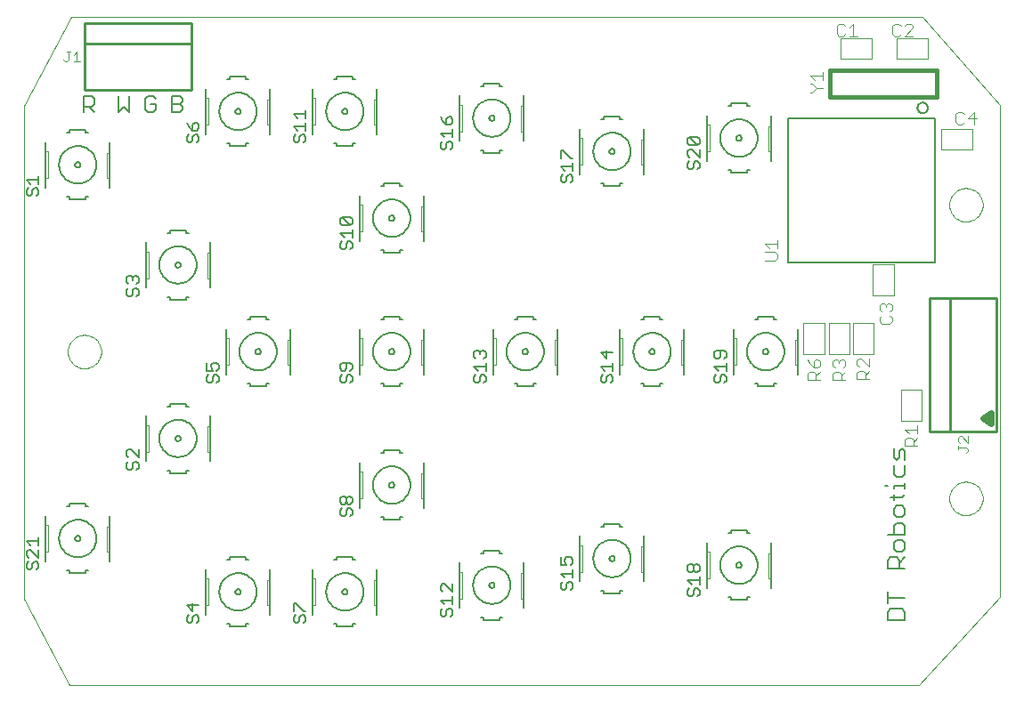
<source format=gto>
G75*
G70*
%OFA0B0*%
%FSLAX24Y24*%
%IPPOS*%
%LPD*%
%AMOC8*
5,1,8,0,0,1.08239X$1,22.5*
%
%ADD10C,0.0000*%
%ADD11C,0.0040*%
%ADD12C,0.0050*%
%ADD13C,0.0240*%
%ADD14C,0.0060*%
%ADD15C,0.0160*%
%ADD16C,0.0020*%
%ADD17C,0.0100*%
D10*
X001917Y000100D02*
X033717Y000100D01*
X036737Y003400D01*
X036737Y021846D01*
X033821Y025146D01*
X001967Y025150D01*
X000217Y021796D01*
X000217Y003350D01*
X001917Y000100D01*
X001842Y012600D02*
X001844Y012650D01*
X001850Y012699D01*
X001860Y012748D01*
X001873Y012795D01*
X001891Y012842D01*
X001912Y012887D01*
X001936Y012930D01*
X001964Y012971D01*
X001995Y013010D01*
X002029Y013046D01*
X002066Y013080D01*
X002106Y013110D01*
X002147Y013137D01*
X002191Y013161D01*
X002236Y013181D01*
X002283Y013197D01*
X002331Y013210D01*
X002380Y013219D01*
X002430Y013224D01*
X002479Y013225D01*
X002529Y013222D01*
X002578Y013215D01*
X002627Y013204D01*
X002674Y013190D01*
X002720Y013171D01*
X002765Y013149D01*
X002808Y013124D01*
X002848Y013095D01*
X002886Y013063D01*
X002922Y013029D01*
X002955Y012991D01*
X002984Y012951D01*
X003010Y012909D01*
X003033Y012865D01*
X003052Y012819D01*
X003068Y012772D01*
X003080Y012723D01*
X003088Y012674D01*
X003092Y012625D01*
X003092Y012575D01*
X003088Y012526D01*
X003080Y012477D01*
X003068Y012428D01*
X003052Y012381D01*
X003033Y012335D01*
X003010Y012291D01*
X002984Y012249D01*
X002955Y012209D01*
X002922Y012171D01*
X002886Y012137D01*
X002848Y012105D01*
X002808Y012076D01*
X002765Y012051D01*
X002720Y012029D01*
X002674Y012010D01*
X002627Y011996D01*
X002578Y011985D01*
X002529Y011978D01*
X002479Y011975D01*
X002430Y011976D01*
X002380Y011981D01*
X002331Y011990D01*
X002283Y012003D01*
X002236Y012019D01*
X002191Y012039D01*
X002147Y012063D01*
X002106Y012090D01*
X002066Y012120D01*
X002029Y012154D01*
X001995Y012190D01*
X001964Y012229D01*
X001936Y012270D01*
X001912Y012313D01*
X001891Y012358D01*
X001873Y012405D01*
X001860Y012452D01*
X001850Y012501D01*
X001844Y012550D01*
X001842Y012600D01*
X034842Y007100D02*
X034844Y007150D01*
X034850Y007199D01*
X034860Y007248D01*
X034873Y007295D01*
X034891Y007342D01*
X034912Y007387D01*
X034936Y007430D01*
X034964Y007471D01*
X034995Y007510D01*
X035029Y007546D01*
X035066Y007580D01*
X035106Y007610D01*
X035147Y007637D01*
X035191Y007661D01*
X035236Y007681D01*
X035283Y007697D01*
X035331Y007710D01*
X035380Y007719D01*
X035430Y007724D01*
X035479Y007725D01*
X035529Y007722D01*
X035578Y007715D01*
X035627Y007704D01*
X035674Y007690D01*
X035720Y007671D01*
X035765Y007649D01*
X035808Y007624D01*
X035848Y007595D01*
X035886Y007563D01*
X035922Y007529D01*
X035955Y007491D01*
X035984Y007451D01*
X036010Y007409D01*
X036033Y007365D01*
X036052Y007319D01*
X036068Y007272D01*
X036080Y007223D01*
X036088Y007174D01*
X036092Y007125D01*
X036092Y007075D01*
X036088Y007026D01*
X036080Y006977D01*
X036068Y006928D01*
X036052Y006881D01*
X036033Y006835D01*
X036010Y006791D01*
X035984Y006749D01*
X035955Y006709D01*
X035922Y006671D01*
X035886Y006637D01*
X035848Y006605D01*
X035808Y006576D01*
X035765Y006551D01*
X035720Y006529D01*
X035674Y006510D01*
X035627Y006496D01*
X035578Y006485D01*
X035529Y006478D01*
X035479Y006475D01*
X035430Y006476D01*
X035380Y006481D01*
X035331Y006490D01*
X035283Y006503D01*
X035236Y006519D01*
X035191Y006539D01*
X035147Y006563D01*
X035106Y006590D01*
X035066Y006620D01*
X035029Y006654D01*
X034995Y006690D01*
X034964Y006729D01*
X034936Y006770D01*
X034912Y006813D01*
X034891Y006858D01*
X034873Y006905D01*
X034860Y006952D01*
X034850Y007001D01*
X034844Y007050D01*
X034842Y007100D01*
X034842Y018100D02*
X034844Y018150D01*
X034850Y018199D01*
X034860Y018248D01*
X034873Y018295D01*
X034891Y018342D01*
X034912Y018387D01*
X034936Y018430D01*
X034964Y018471D01*
X034995Y018510D01*
X035029Y018546D01*
X035066Y018580D01*
X035106Y018610D01*
X035147Y018637D01*
X035191Y018661D01*
X035236Y018681D01*
X035283Y018697D01*
X035331Y018710D01*
X035380Y018719D01*
X035430Y018724D01*
X035479Y018725D01*
X035529Y018722D01*
X035578Y018715D01*
X035627Y018704D01*
X035674Y018690D01*
X035720Y018671D01*
X035765Y018649D01*
X035808Y018624D01*
X035848Y018595D01*
X035886Y018563D01*
X035922Y018529D01*
X035955Y018491D01*
X035984Y018451D01*
X036010Y018409D01*
X036033Y018365D01*
X036052Y018319D01*
X036068Y018272D01*
X036080Y018223D01*
X036088Y018174D01*
X036092Y018125D01*
X036092Y018075D01*
X036088Y018026D01*
X036080Y017977D01*
X036068Y017928D01*
X036052Y017881D01*
X036033Y017835D01*
X036010Y017791D01*
X035984Y017749D01*
X035955Y017709D01*
X035922Y017671D01*
X035886Y017637D01*
X035848Y017605D01*
X035808Y017576D01*
X035765Y017551D01*
X035720Y017529D01*
X035674Y017510D01*
X035627Y017496D01*
X035578Y017485D01*
X035529Y017478D01*
X035479Y017475D01*
X035430Y017476D01*
X035380Y017481D01*
X035331Y017490D01*
X035283Y017503D01*
X035236Y017519D01*
X035191Y017539D01*
X035147Y017563D01*
X035106Y017590D01*
X035066Y017620D01*
X035029Y017654D01*
X034995Y017690D01*
X034964Y017729D01*
X034936Y017770D01*
X034912Y017813D01*
X034891Y017858D01*
X034873Y017905D01*
X034860Y017952D01*
X034850Y018001D01*
X034844Y018050D01*
X034842Y018100D01*
D11*
X035163Y021120D02*
X035087Y021197D01*
X035087Y021504D01*
X035163Y021580D01*
X035317Y021580D01*
X035394Y021504D01*
X035547Y021350D02*
X035854Y021350D01*
X035777Y021120D02*
X035777Y021580D01*
X035547Y021350D01*
X035394Y021197D02*
X035317Y021120D01*
X035163Y021120D01*
X033483Y024420D02*
X033176Y024420D01*
X033483Y024727D01*
X033483Y024804D01*
X033406Y024880D01*
X033253Y024880D01*
X033176Y024804D01*
X033023Y024804D02*
X032946Y024880D01*
X032793Y024880D01*
X032716Y024804D01*
X032716Y024497D01*
X032793Y024420D01*
X032946Y024420D01*
X033023Y024497D01*
X031404Y024420D02*
X031097Y024420D01*
X031251Y024420D02*
X031251Y024880D01*
X031097Y024727D01*
X030944Y024804D02*
X030867Y024880D01*
X030713Y024880D01*
X030637Y024804D01*
X030637Y024497D01*
X030713Y024420D01*
X030867Y024420D01*
X030944Y024497D01*
X030097Y023087D02*
X030097Y022780D01*
X030097Y022934D02*
X029636Y022934D01*
X029790Y022780D01*
X029713Y022627D02*
X029636Y022627D01*
X029713Y022627D02*
X029866Y022473D01*
X030097Y022473D01*
X029866Y022473D02*
X029713Y022320D01*
X029636Y022320D01*
X028397Y016787D02*
X028397Y016480D01*
X028397Y016634D02*
X027936Y016634D01*
X028090Y016480D01*
X027936Y016327D02*
X028320Y016327D01*
X028397Y016250D01*
X028397Y016097D01*
X028320Y016020D01*
X027936Y016020D01*
X032236Y014340D02*
X032313Y014417D01*
X032390Y014417D01*
X032466Y014340D01*
X032543Y014417D01*
X032620Y014417D01*
X032697Y014340D01*
X032697Y014186D01*
X032620Y014110D01*
X032620Y013956D02*
X032697Y013879D01*
X032697Y013726D01*
X032620Y013649D01*
X032313Y013649D01*
X032236Y013726D01*
X032236Y013879D01*
X032313Y013956D01*
X032313Y014110D02*
X032236Y014186D01*
X032236Y014340D01*
X032466Y014340D02*
X032466Y014263D01*
X031847Y012337D02*
X031847Y012030D01*
X031540Y012337D01*
X031463Y012337D01*
X031386Y012261D01*
X031386Y012107D01*
X031463Y012030D01*
X031463Y011877D02*
X031616Y011877D01*
X031693Y011800D01*
X031693Y011570D01*
X031693Y011723D02*
X031847Y011877D01*
X031463Y011877D02*
X031386Y011800D01*
X031386Y011570D01*
X031847Y011570D01*
X030947Y011549D02*
X030486Y011549D01*
X030486Y011779D01*
X030563Y011856D01*
X030716Y011856D01*
X030793Y011779D01*
X030793Y011549D01*
X030793Y011703D02*
X030947Y011856D01*
X030870Y012010D02*
X030947Y012086D01*
X030947Y012240D01*
X030870Y012317D01*
X030793Y012317D01*
X030716Y012240D01*
X030716Y012163D01*
X030716Y012240D02*
X030640Y012317D01*
X030563Y012317D01*
X030486Y012240D01*
X030486Y012086D01*
X030563Y012010D01*
X029997Y012086D02*
X029997Y012240D01*
X029920Y012317D01*
X029843Y012317D01*
X029766Y012240D01*
X029766Y012010D01*
X029920Y012010D01*
X029997Y012086D01*
X029997Y011856D02*
X029843Y011703D01*
X029843Y011779D02*
X029843Y011549D01*
X029997Y011549D02*
X029536Y011549D01*
X029536Y011779D01*
X029613Y011856D01*
X029766Y011856D01*
X029843Y011779D01*
X029766Y012010D02*
X029613Y012163D01*
X029536Y012317D01*
X033186Y009684D02*
X033647Y009684D01*
X033647Y009837D02*
X033647Y009530D01*
X033647Y009377D02*
X033493Y009223D01*
X033493Y009300D02*
X033493Y009070D01*
X033647Y009070D02*
X033186Y009070D01*
X033186Y009300D01*
X033263Y009377D01*
X033416Y009377D01*
X033493Y009300D01*
X033340Y009530D02*
X033186Y009684D01*
X035186Y009368D02*
X035186Y009248D01*
X035246Y009188D01*
X035186Y009060D02*
X035186Y008940D01*
X035186Y009000D02*
X035487Y009000D01*
X035547Y008940D01*
X035547Y008880D01*
X035487Y008820D01*
X035547Y009188D02*
X035306Y009429D01*
X035246Y009429D01*
X035186Y009368D01*
X035547Y009429D02*
X035547Y009188D01*
X002295Y023470D02*
X002055Y023470D01*
X002175Y023470D02*
X002175Y023830D01*
X002055Y023710D01*
X001927Y023830D02*
X001807Y023830D01*
X001867Y023830D02*
X001867Y023530D01*
X001807Y023470D01*
X001747Y023470D01*
X001687Y023530D01*
D12*
X002434Y022176D02*
X002739Y022176D01*
X002841Y022074D01*
X002841Y021870D01*
X002739Y021769D01*
X002434Y021769D01*
X002637Y021769D02*
X002841Y021565D01*
X002434Y021565D02*
X002434Y022176D01*
X003734Y022176D02*
X003734Y021565D01*
X003937Y021769D01*
X004141Y021565D01*
X004141Y022176D01*
X004734Y022074D02*
X004734Y021667D01*
X004836Y021565D01*
X005039Y021565D01*
X005141Y021667D01*
X005141Y021870D01*
X004937Y021870D01*
X004734Y022074D02*
X004836Y022176D01*
X005039Y022176D01*
X005141Y022074D01*
X005734Y022176D02*
X005734Y021565D01*
X006039Y021565D01*
X006141Y021667D01*
X006141Y021769D01*
X006039Y021870D01*
X005734Y021870D01*
X006039Y021870D02*
X006141Y021972D01*
X006141Y022074D01*
X006039Y022176D01*
X005734Y022176D01*
X006291Y021186D02*
X006366Y021036D01*
X006516Y020885D01*
X006516Y021111D01*
X006592Y021186D01*
X006667Y021186D01*
X006742Y021111D01*
X006742Y020960D01*
X006667Y020885D01*
X006516Y020885D01*
X006592Y020725D02*
X006667Y020725D01*
X006742Y020650D01*
X006742Y020500D01*
X006667Y020425D01*
X006516Y020500D02*
X006516Y020650D01*
X006592Y020725D01*
X006366Y020725D02*
X006291Y020650D01*
X006291Y020500D01*
X006366Y020425D01*
X006441Y020425D01*
X006516Y020500D01*
X010291Y020500D02*
X010366Y020425D01*
X010441Y020425D01*
X010516Y020500D01*
X010516Y020650D01*
X010592Y020725D01*
X010667Y020725D01*
X010742Y020650D01*
X010742Y020500D01*
X010667Y020425D01*
X010291Y020500D02*
X010291Y020650D01*
X010366Y020725D01*
X010441Y020885D02*
X010291Y021036D01*
X010742Y021036D01*
X010742Y021186D02*
X010742Y020885D01*
X010742Y021346D02*
X010742Y021646D01*
X010742Y021496D02*
X010291Y021496D01*
X010441Y021346D01*
X015791Y021396D02*
X015866Y021246D01*
X016016Y021096D01*
X016016Y021321D01*
X016092Y021396D01*
X016167Y021396D01*
X016242Y021321D01*
X016242Y021171D01*
X016167Y021096D01*
X016016Y021096D01*
X016242Y020936D02*
X016242Y020635D01*
X016242Y020786D02*
X015791Y020786D01*
X015941Y020635D01*
X015866Y020475D02*
X015791Y020400D01*
X015791Y020250D01*
X015866Y020175D01*
X015941Y020175D01*
X016016Y020250D01*
X016016Y020400D01*
X016092Y020475D01*
X016167Y020475D01*
X016242Y020400D01*
X016242Y020250D01*
X016167Y020175D01*
X012492Y017571D02*
X012492Y017421D01*
X012417Y017346D01*
X012116Y017646D01*
X012417Y017646D01*
X012492Y017571D01*
X012417Y017346D02*
X012116Y017346D01*
X012041Y017421D01*
X012041Y017571D01*
X012116Y017646D01*
X012492Y017186D02*
X012492Y016885D01*
X012492Y017036D02*
X012041Y017036D01*
X012191Y016885D01*
X012116Y016725D02*
X012041Y016650D01*
X012041Y016500D01*
X012116Y016425D01*
X012191Y016425D01*
X012266Y016500D01*
X012266Y016650D01*
X012342Y016725D01*
X012417Y016725D01*
X012492Y016650D01*
X012492Y016500D01*
X012417Y016425D01*
X017041Y012571D02*
X017116Y012646D01*
X017191Y012646D01*
X017266Y012571D01*
X017342Y012646D01*
X017417Y012646D01*
X017492Y012571D01*
X017492Y012421D01*
X017417Y012346D01*
X017492Y012186D02*
X017492Y011885D01*
X017492Y012036D02*
X017041Y012036D01*
X017191Y011885D01*
X017116Y011725D02*
X017041Y011650D01*
X017041Y011500D01*
X017116Y011425D01*
X017191Y011425D01*
X017266Y011500D01*
X017266Y011650D01*
X017342Y011725D01*
X017417Y011725D01*
X017492Y011650D01*
X017492Y011500D01*
X017417Y011425D01*
X017116Y012346D02*
X017041Y012421D01*
X017041Y012571D01*
X017266Y012571D02*
X017266Y012496D01*
X021791Y012571D02*
X022016Y012346D01*
X022016Y012646D01*
X021791Y012571D02*
X022242Y012571D01*
X022242Y012186D02*
X022242Y011885D01*
X022242Y012036D02*
X021791Y012036D01*
X021941Y011885D01*
X021866Y011725D02*
X021791Y011650D01*
X021791Y011500D01*
X021866Y011425D01*
X021941Y011425D01*
X022016Y011500D01*
X022016Y011650D01*
X022092Y011725D01*
X022167Y011725D01*
X022242Y011650D01*
X022242Y011500D01*
X022167Y011425D01*
X026041Y011500D02*
X026116Y011425D01*
X026191Y011425D01*
X026266Y011500D01*
X026266Y011650D01*
X026342Y011725D01*
X026417Y011725D01*
X026492Y011650D01*
X026492Y011500D01*
X026417Y011425D01*
X026041Y011500D02*
X026041Y011650D01*
X026116Y011725D01*
X026191Y011885D02*
X026041Y012036D01*
X026492Y012036D01*
X026492Y012186D02*
X026492Y011885D01*
X026417Y012346D02*
X026492Y012421D01*
X026492Y012571D01*
X026417Y012646D01*
X026116Y012646D01*
X026041Y012571D01*
X026041Y012421D01*
X026116Y012346D01*
X026191Y012346D01*
X026266Y012421D01*
X026266Y012646D01*
X028817Y015947D02*
X034317Y015947D01*
X034317Y021353D01*
X028817Y021353D01*
X028817Y015947D01*
X025417Y019425D02*
X025492Y019500D01*
X025492Y019650D01*
X025417Y019725D01*
X025342Y019725D01*
X025266Y019650D01*
X025266Y019500D01*
X025191Y019425D01*
X025116Y019425D01*
X025041Y019500D01*
X025041Y019650D01*
X025116Y019725D01*
X025116Y019885D02*
X025041Y019960D01*
X025041Y020111D01*
X025116Y020186D01*
X025191Y020186D01*
X025492Y019885D01*
X025492Y020186D01*
X025417Y020346D02*
X025116Y020346D01*
X025041Y020421D01*
X025041Y020571D01*
X025116Y020646D01*
X025417Y020346D01*
X025492Y020421D01*
X025492Y020571D01*
X025417Y020646D01*
X025116Y020646D01*
X020742Y019846D02*
X020667Y019846D01*
X020366Y020146D01*
X020291Y020146D01*
X020291Y019846D01*
X020291Y019536D02*
X020742Y019536D01*
X020742Y019686D02*
X020742Y019385D01*
X020667Y019225D02*
X020742Y019150D01*
X020742Y019000D01*
X020667Y018925D01*
X020516Y019000D02*
X020441Y018925D01*
X020366Y018925D01*
X020291Y019000D01*
X020291Y019150D01*
X020366Y019225D01*
X020516Y019150D02*
X020592Y019225D01*
X020667Y019225D01*
X020516Y019150D02*
X020516Y019000D01*
X020441Y019385D02*
X020291Y019536D01*
X012492Y012111D02*
X012417Y012186D01*
X012116Y012186D01*
X012041Y012111D01*
X012041Y011960D01*
X012116Y011885D01*
X012191Y011885D01*
X012266Y011960D01*
X012266Y012186D01*
X012492Y012111D02*
X012492Y011960D01*
X012417Y011885D01*
X012417Y011725D02*
X012492Y011650D01*
X012492Y011500D01*
X012417Y011425D01*
X012266Y011500D02*
X012266Y011650D01*
X012342Y011725D01*
X012417Y011725D01*
X012266Y011500D02*
X012191Y011425D01*
X012116Y011425D01*
X012041Y011500D01*
X012041Y011650D01*
X012116Y011725D01*
X007492Y011650D02*
X007492Y011500D01*
X007417Y011425D01*
X007266Y011500D02*
X007266Y011650D01*
X007342Y011725D01*
X007417Y011725D01*
X007492Y011650D01*
X007417Y011885D02*
X007492Y011960D01*
X007492Y012111D01*
X007417Y012186D01*
X007266Y012186D01*
X007191Y012111D01*
X007191Y012036D01*
X007266Y011885D01*
X007041Y011885D01*
X007041Y012186D01*
X007116Y011725D02*
X007041Y011650D01*
X007041Y011500D01*
X007116Y011425D01*
X007191Y011425D01*
X007266Y011500D01*
X004492Y008936D02*
X004492Y008635D01*
X004191Y008936D01*
X004116Y008936D01*
X004041Y008861D01*
X004041Y008710D01*
X004116Y008635D01*
X004116Y008475D02*
X004041Y008400D01*
X004041Y008250D01*
X004116Y008175D01*
X004191Y008175D01*
X004266Y008250D01*
X004266Y008400D01*
X004342Y008475D01*
X004417Y008475D01*
X004492Y008400D01*
X004492Y008250D01*
X004417Y008175D01*
X000742Y005646D02*
X000742Y005346D01*
X000742Y005496D02*
X000291Y005496D01*
X000441Y005346D01*
X000441Y005186D02*
X000366Y005186D01*
X000291Y005111D01*
X000291Y004960D01*
X000366Y004885D01*
X000366Y004725D02*
X000291Y004650D01*
X000291Y004500D01*
X000366Y004425D01*
X000441Y004425D01*
X000516Y004500D01*
X000516Y004650D01*
X000592Y004725D01*
X000667Y004725D01*
X000742Y004650D01*
X000742Y004500D01*
X000667Y004425D01*
X000742Y004885D02*
X000441Y005186D01*
X000742Y005186D02*
X000742Y004885D01*
X006291Y003111D02*
X006516Y002885D01*
X006516Y003186D01*
X006291Y003111D02*
X006742Y003111D01*
X006667Y002725D02*
X006592Y002725D01*
X006516Y002650D01*
X006516Y002500D01*
X006441Y002425D01*
X006366Y002425D01*
X006291Y002500D01*
X006291Y002650D01*
X006366Y002725D01*
X006667Y002725D02*
X006742Y002650D01*
X006742Y002500D01*
X006667Y002425D01*
X010291Y002500D02*
X010366Y002425D01*
X010441Y002425D01*
X010516Y002500D01*
X010516Y002650D01*
X010592Y002725D01*
X010667Y002725D01*
X010742Y002650D01*
X010742Y002500D01*
X010667Y002425D01*
X010291Y002500D02*
X010291Y002650D01*
X010366Y002725D01*
X010291Y002885D02*
X010291Y003186D01*
X010366Y003186D01*
X010667Y002885D01*
X010742Y002885D01*
X015791Y002900D02*
X015791Y002750D01*
X015866Y002675D01*
X015941Y002675D01*
X016016Y002750D01*
X016016Y002900D01*
X016092Y002975D01*
X016167Y002975D01*
X016242Y002900D01*
X016242Y002750D01*
X016167Y002675D01*
X015866Y002975D02*
X015791Y002900D01*
X015941Y003135D02*
X015791Y003286D01*
X016242Y003286D01*
X016242Y003436D02*
X016242Y003135D01*
X016242Y003596D02*
X015941Y003896D01*
X015866Y003896D01*
X015791Y003821D01*
X015791Y003671D01*
X015866Y003596D01*
X016242Y003596D02*
X016242Y003896D01*
X012492Y006500D02*
X012417Y006425D01*
X012492Y006500D02*
X012492Y006650D01*
X012417Y006725D01*
X012342Y006725D01*
X012266Y006650D01*
X012266Y006500D01*
X012191Y006425D01*
X012116Y006425D01*
X012041Y006500D01*
X012041Y006650D01*
X012116Y006725D01*
X012116Y006885D02*
X012191Y006885D01*
X012266Y006960D01*
X012266Y007111D01*
X012342Y007186D01*
X012417Y007186D01*
X012492Y007111D01*
X012492Y006960D01*
X012417Y006885D01*
X012342Y006885D01*
X012266Y006960D01*
X012266Y007111D02*
X012191Y007186D01*
X012116Y007186D01*
X012041Y007111D01*
X012041Y006960D01*
X012116Y006885D01*
X020291Y004896D02*
X020291Y004596D01*
X020516Y004596D01*
X020441Y004746D01*
X020441Y004821D01*
X020516Y004896D01*
X020667Y004896D01*
X020742Y004821D01*
X020742Y004671D01*
X020667Y004596D01*
X020742Y004436D02*
X020742Y004135D01*
X020742Y004286D02*
X020291Y004286D01*
X020441Y004135D01*
X020366Y003975D02*
X020291Y003900D01*
X020291Y003750D01*
X020366Y003675D01*
X020441Y003675D01*
X020516Y003750D01*
X020516Y003900D01*
X020592Y003975D01*
X020667Y003975D01*
X020742Y003900D01*
X020742Y003750D01*
X020667Y003675D01*
X025041Y003650D02*
X025041Y003500D01*
X025116Y003425D01*
X025191Y003425D01*
X025266Y003500D01*
X025266Y003650D01*
X025342Y003725D01*
X025417Y003725D01*
X025492Y003650D01*
X025492Y003500D01*
X025417Y003425D01*
X025116Y003725D02*
X025041Y003650D01*
X025191Y003885D02*
X025041Y004036D01*
X025492Y004036D01*
X025492Y004186D02*
X025492Y003885D01*
X025417Y004346D02*
X025342Y004346D01*
X025266Y004421D01*
X025266Y004571D01*
X025342Y004646D01*
X025417Y004646D01*
X025492Y004571D01*
X025492Y004421D01*
X025417Y004346D01*
X025266Y004421D02*
X025191Y004346D01*
X025116Y004346D01*
X025041Y004421D01*
X025041Y004571D01*
X025116Y004646D01*
X025191Y004646D01*
X025266Y004571D01*
X004492Y014750D02*
X004417Y014675D01*
X004492Y014750D02*
X004492Y014900D01*
X004417Y014975D01*
X004342Y014975D01*
X004266Y014900D01*
X004266Y014750D01*
X004191Y014675D01*
X004116Y014675D01*
X004041Y014750D01*
X004041Y014900D01*
X004116Y014975D01*
X004116Y015135D02*
X004041Y015210D01*
X004041Y015361D01*
X004116Y015436D01*
X004191Y015436D01*
X004266Y015361D01*
X004342Y015436D01*
X004417Y015436D01*
X004492Y015361D01*
X004492Y015210D01*
X004417Y015135D01*
X004266Y015286D02*
X004266Y015361D01*
X000742Y018500D02*
X000667Y018425D01*
X000742Y018500D02*
X000742Y018650D01*
X000667Y018725D01*
X000592Y018725D01*
X000516Y018650D01*
X000516Y018500D01*
X000441Y018425D01*
X000366Y018425D01*
X000291Y018500D01*
X000291Y018650D01*
X000366Y018725D01*
X000441Y018885D02*
X000291Y019036D01*
X000742Y019036D01*
X000742Y019186D02*
X000742Y018885D01*
X033647Y021731D02*
X033649Y021758D01*
X033655Y021785D01*
X033664Y021811D01*
X033677Y021835D01*
X033693Y021858D01*
X033712Y021877D01*
X033734Y021894D01*
X033758Y021908D01*
X033783Y021918D01*
X033810Y021925D01*
X033837Y021928D01*
X033865Y021927D01*
X033892Y021922D01*
X033918Y021914D01*
X033942Y021902D01*
X033965Y021886D01*
X033986Y021868D01*
X034003Y021847D01*
X034018Y021823D01*
X034029Y021798D01*
X034037Y021772D01*
X034041Y021745D01*
X034041Y021717D01*
X034037Y021690D01*
X034029Y021664D01*
X034018Y021639D01*
X034003Y021615D01*
X033986Y021594D01*
X033965Y021576D01*
X033943Y021560D01*
X033918Y021548D01*
X033892Y021540D01*
X033865Y021535D01*
X033837Y021534D01*
X033810Y021537D01*
X033783Y021544D01*
X033758Y021554D01*
X033734Y021568D01*
X033712Y021585D01*
X033693Y021604D01*
X033677Y021627D01*
X033664Y021651D01*
X033655Y021677D01*
X033649Y021704D01*
X033647Y021731D01*
D13*
X036417Y010300D02*
X036117Y010100D01*
X036417Y009900D01*
X036417Y010300D01*
X036417Y010117D02*
X036142Y010117D01*
D14*
X033187Y008866D02*
X033187Y008546D01*
X033187Y008328D02*
X033187Y008008D01*
X033080Y007901D01*
X032866Y007901D01*
X032760Y008008D01*
X032760Y008328D01*
X032866Y008546D02*
X032760Y008653D01*
X032760Y008973D01*
X032973Y008866D02*
X032973Y008653D01*
X032866Y008546D01*
X032973Y008866D02*
X033080Y008973D01*
X033187Y008866D01*
X033187Y007685D02*
X033187Y007472D01*
X033187Y007578D02*
X032760Y007578D01*
X032760Y007472D01*
X032760Y007255D02*
X032760Y007042D01*
X032653Y007149D02*
X033080Y007149D01*
X033187Y007255D01*
X033080Y006824D02*
X032866Y006824D01*
X032760Y006718D01*
X032760Y006504D01*
X032866Y006397D01*
X033080Y006397D01*
X033187Y006504D01*
X033187Y006718D01*
X033080Y006824D01*
X033080Y006180D02*
X032866Y006180D01*
X032760Y006073D01*
X032760Y005753D01*
X032546Y005753D02*
X033187Y005753D01*
X033187Y006073D01*
X033080Y006180D01*
X033080Y005535D02*
X032866Y005535D01*
X032760Y005428D01*
X032760Y005215D01*
X032866Y005108D01*
X033080Y005108D01*
X033187Y005215D01*
X033187Y005428D01*
X033080Y005535D01*
X033187Y004891D02*
X032973Y004677D01*
X032973Y004784D02*
X032973Y004464D01*
X033187Y004464D02*
X032546Y004464D01*
X032546Y004784D01*
X032653Y004891D01*
X032866Y004891D01*
X032973Y004784D01*
X032546Y003602D02*
X032546Y003175D01*
X032546Y003388D02*
X033187Y003388D01*
X033080Y002957D02*
X032653Y002957D01*
X032546Y002850D01*
X032546Y002530D01*
X033187Y002530D01*
X033187Y002850D01*
X033080Y002957D01*
X028167Y003750D02*
X028167Y004100D01*
X028167Y005050D01*
X028167Y005450D01*
X027367Y005800D02*
X027267Y005800D01*
X027267Y005900D01*
X026667Y005900D01*
X026667Y005800D01*
X026567Y005800D01*
X025767Y005450D02*
X025767Y005100D01*
X025767Y004100D01*
X025767Y003750D01*
X026567Y003400D02*
X026667Y003400D01*
X026667Y003300D01*
X027267Y003300D01*
X027267Y003400D01*
X027367Y003400D01*
X026867Y004600D02*
X026869Y004620D01*
X026875Y004638D01*
X026884Y004656D01*
X026896Y004671D01*
X026911Y004683D01*
X026929Y004692D01*
X026947Y004698D01*
X026967Y004700D01*
X026987Y004698D01*
X027005Y004692D01*
X027023Y004683D01*
X027038Y004671D01*
X027050Y004656D01*
X027059Y004638D01*
X027065Y004620D01*
X027067Y004600D01*
X027065Y004580D01*
X027059Y004562D01*
X027050Y004544D01*
X027038Y004529D01*
X027023Y004517D01*
X027005Y004508D01*
X026987Y004502D01*
X026967Y004500D01*
X026947Y004502D01*
X026929Y004508D01*
X026911Y004517D01*
X026896Y004529D01*
X026884Y004544D01*
X026875Y004562D01*
X026869Y004580D01*
X026867Y004600D01*
X026267Y004600D02*
X026269Y004652D01*
X026275Y004704D01*
X026285Y004756D01*
X026298Y004806D01*
X026315Y004856D01*
X026336Y004904D01*
X026361Y004950D01*
X026389Y004994D01*
X026420Y005036D01*
X026454Y005076D01*
X026491Y005113D01*
X026531Y005147D01*
X026573Y005178D01*
X026617Y005206D01*
X026663Y005231D01*
X026711Y005252D01*
X026761Y005269D01*
X026811Y005282D01*
X026863Y005292D01*
X026915Y005298D01*
X026967Y005300D01*
X027019Y005298D01*
X027071Y005292D01*
X027123Y005282D01*
X027173Y005269D01*
X027223Y005252D01*
X027271Y005231D01*
X027317Y005206D01*
X027361Y005178D01*
X027403Y005147D01*
X027443Y005113D01*
X027480Y005076D01*
X027514Y005036D01*
X027545Y004994D01*
X027573Y004950D01*
X027598Y004904D01*
X027619Y004856D01*
X027636Y004806D01*
X027649Y004756D01*
X027659Y004704D01*
X027665Y004652D01*
X027667Y004600D01*
X027665Y004548D01*
X027659Y004496D01*
X027649Y004444D01*
X027636Y004394D01*
X027619Y004344D01*
X027598Y004296D01*
X027573Y004250D01*
X027545Y004206D01*
X027514Y004164D01*
X027480Y004124D01*
X027443Y004087D01*
X027403Y004053D01*
X027361Y004022D01*
X027317Y003994D01*
X027271Y003969D01*
X027223Y003948D01*
X027173Y003931D01*
X027123Y003918D01*
X027071Y003908D01*
X027019Y003902D01*
X026967Y003900D01*
X026915Y003902D01*
X026863Y003908D01*
X026811Y003918D01*
X026761Y003931D01*
X026711Y003948D01*
X026663Y003969D01*
X026617Y003994D01*
X026573Y004022D01*
X026531Y004053D01*
X026491Y004087D01*
X026454Y004124D01*
X026420Y004164D01*
X026389Y004206D01*
X026361Y004250D01*
X026336Y004296D01*
X026315Y004344D01*
X026298Y004394D01*
X026285Y004444D01*
X026275Y004496D01*
X026269Y004548D01*
X026267Y004600D01*
X023417Y004350D02*
X023417Y004000D01*
X023417Y004350D02*
X023417Y005300D01*
X023417Y005700D01*
X022617Y006050D02*
X022517Y006050D01*
X022517Y006150D01*
X021917Y006150D01*
X021917Y006050D01*
X021817Y006050D01*
X021017Y005700D02*
X021017Y005350D01*
X021017Y004350D01*
X021017Y004000D01*
X021817Y003650D02*
X021917Y003650D01*
X021917Y003550D01*
X022517Y003550D01*
X022517Y003650D01*
X022617Y003650D01*
X022117Y004850D02*
X022119Y004870D01*
X022125Y004888D01*
X022134Y004906D01*
X022146Y004921D01*
X022161Y004933D01*
X022179Y004942D01*
X022197Y004948D01*
X022217Y004950D01*
X022237Y004948D01*
X022255Y004942D01*
X022273Y004933D01*
X022288Y004921D01*
X022300Y004906D01*
X022309Y004888D01*
X022315Y004870D01*
X022317Y004850D01*
X022315Y004830D01*
X022309Y004812D01*
X022300Y004794D01*
X022288Y004779D01*
X022273Y004767D01*
X022255Y004758D01*
X022237Y004752D01*
X022217Y004750D01*
X022197Y004752D01*
X022179Y004758D01*
X022161Y004767D01*
X022146Y004779D01*
X022134Y004794D01*
X022125Y004812D01*
X022119Y004830D01*
X022117Y004850D01*
X021517Y004850D02*
X021519Y004902D01*
X021525Y004954D01*
X021535Y005006D01*
X021548Y005056D01*
X021565Y005106D01*
X021586Y005154D01*
X021611Y005200D01*
X021639Y005244D01*
X021670Y005286D01*
X021704Y005326D01*
X021741Y005363D01*
X021781Y005397D01*
X021823Y005428D01*
X021867Y005456D01*
X021913Y005481D01*
X021961Y005502D01*
X022011Y005519D01*
X022061Y005532D01*
X022113Y005542D01*
X022165Y005548D01*
X022217Y005550D01*
X022269Y005548D01*
X022321Y005542D01*
X022373Y005532D01*
X022423Y005519D01*
X022473Y005502D01*
X022521Y005481D01*
X022567Y005456D01*
X022611Y005428D01*
X022653Y005397D01*
X022693Y005363D01*
X022730Y005326D01*
X022764Y005286D01*
X022795Y005244D01*
X022823Y005200D01*
X022848Y005154D01*
X022869Y005106D01*
X022886Y005056D01*
X022899Y005006D01*
X022909Y004954D01*
X022915Y004902D01*
X022917Y004850D01*
X022915Y004798D01*
X022909Y004746D01*
X022899Y004694D01*
X022886Y004644D01*
X022869Y004594D01*
X022848Y004546D01*
X022823Y004500D01*
X022795Y004456D01*
X022764Y004414D01*
X022730Y004374D01*
X022693Y004337D01*
X022653Y004303D01*
X022611Y004272D01*
X022567Y004244D01*
X022521Y004219D01*
X022473Y004198D01*
X022423Y004181D01*
X022373Y004168D01*
X022321Y004158D01*
X022269Y004152D01*
X022217Y004150D01*
X022165Y004152D01*
X022113Y004158D01*
X022061Y004168D01*
X022011Y004181D01*
X021961Y004198D01*
X021913Y004219D01*
X021867Y004244D01*
X021823Y004272D01*
X021781Y004303D01*
X021741Y004337D01*
X021704Y004374D01*
X021670Y004414D01*
X021639Y004456D01*
X021611Y004500D01*
X021586Y004546D01*
X021565Y004594D01*
X021548Y004644D01*
X021535Y004694D01*
X021525Y004746D01*
X021519Y004798D01*
X021517Y004850D01*
X018917Y004700D02*
X018917Y004300D01*
X018917Y003350D01*
X018917Y003000D01*
X018117Y002650D02*
X018017Y002650D01*
X018017Y002550D01*
X017417Y002550D01*
X017417Y002650D01*
X017317Y002650D01*
X016517Y003000D02*
X016517Y003350D01*
X016517Y004350D01*
X016517Y004700D01*
X017317Y005050D02*
X017417Y005050D01*
X017417Y005150D01*
X018017Y005150D01*
X018017Y005050D01*
X018117Y005050D01*
X017617Y003850D02*
X017619Y003870D01*
X017625Y003888D01*
X017634Y003906D01*
X017646Y003921D01*
X017661Y003933D01*
X017679Y003942D01*
X017697Y003948D01*
X017717Y003950D01*
X017737Y003948D01*
X017755Y003942D01*
X017773Y003933D01*
X017788Y003921D01*
X017800Y003906D01*
X017809Y003888D01*
X017815Y003870D01*
X017817Y003850D01*
X017815Y003830D01*
X017809Y003812D01*
X017800Y003794D01*
X017788Y003779D01*
X017773Y003767D01*
X017755Y003758D01*
X017737Y003752D01*
X017717Y003750D01*
X017697Y003752D01*
X017679Y003758D01*
X017661Y003767D01*
X017646Y003779D01*
X017634Y003794D01*
X017625Y003812D01*
X017619Y003830D01*
X017617Y003850D01*
X017017Y003850D02*
X017019Y003902D01*
X017025Y003954D01*
X017035Y004006D01*
X017048Y004056D01*
X017065Y004106D01*
X017086Y004154D01*
X017111Y004200D01*
X017139Y004244D01*
X017170Y004286D01*
X017204Y004326D01*
X017241Y004363D01*
X017281Y004397D01*
X017323Y004428D01*
X017367Y004456D01*
X017413Y004481D01*
X017461Y004502D01*
X017511Y004519D01*
X017561Y004532D01*
X017613Y004542D01*
X017665Y004548D01*
X017717Y004550D01*
X017769Y004548D01*
X017821Y004542D01*
X017873Y004532D01*
X017923Y004519D01*
X017973Y004502D01*
X018021Y004481D01*
X018067Y004456D01*
X018111Y004428D01*
X018153Y004397D01*
X018193Y004363D01*
X018230Y004326D01*
X018264Y004286D01*
X018295Y004244D01*
X018323Y004200D01*
X018348Y004154D01*
X018369Y004106D01*
X018386Y004056D01*
X018399Y004006D01*
X018409Y003954D01*
X018415Y003902D01*
X018417Y003850D01*
X018415Y003798D01*
X018409Y003746D01*
X018399Y003694D01*
X018386Y003644D01*
X018369Y003594D01*
X018348Y003546D01*
X018323Y003500D01*
X018295Y003456D01*
X018264Y003414D01*
X018230Y003374D01*
X018193Y003337D01*
X018153Y003303D01*
X018111Y003272D01*
X018067Y003244D01*
X018021Y003219D01*
X017973Y003198D01*
X017923Y003181D01*
X017873Y003168D01*
X017821Y003158D01*
X017769Y003152D01*
X017717Y003150D01*
X017665Y003152D01*
X017613Y003158D01*
X017561Y003168D01*
X017511Y003181D01*
X017461Y003198D01*
X017413Y003219D01*
X017367Y003244D01*
X017323Y003272D01*
X017281Y003303D01*
X017241Y003337D01*
X017204Y003374D01*
X017170Y003414D01*
X017139Y003456D01*
X017111Y003500D01*
X017086Y003546D01*
X017065Y003594D01*
X017048Y003644D01*
X017035Y003694D01*
X017025Y003746D01*
X017019Y003798D01*
X017017Y003850D01*
X014267Y006300D02*
X014267Y006400D01*
X014367Y006400D01*
X014267Y006300D02*
X013667Y006300D01*
X013667Y006400D01*
X013567Y006400D01*
X012767Y006750D02*
X012767Y007100D01*
X012767Y008100D01*
X012767Y008450D01*
X013567Y008800D02*
X013667Y008800D01*
X013667Y008900D01*
X014267Y008900D01*
X014267Y008800D01*
X014367Y008800D01*
X015167Y008450D02*
X015167Y008050D01*
X015167Y007100D01*
X015167Y006750D01*
X013867Y007600D02*
X013869Y007620D01*
X013875Y007638D01*
X013884Y007656D01*
X013896Y007671D01*
X013911Y007683D01*
X013929Y007692D01*
X013947Y007698D01*
X013967Y007700D01*
X013987Y007698D01*
X014005Y007692D01*
X014023Y007683D01*
X014038Y007671D01*
X014050Y007656D01*
X014059Y007638D01*
X014065Y007620D01*
X014067Y007600D01*
X014065Y007580D01*
X014059Y007562D01*
X014050Y007544D01*
X014038Y007529D01*
X014023Y007517D01*
X014005Y007508D01*
X013987Y007502D01*
X013967Y007500D01*
X013947Y007502D01*
X013929Y007508D01*
X013911Y007517D01*
X013896Y007529D01*
X013884Y007544D01*
X013875Y007562D01*
X013869Y007580D01*
X013867Y007600D01*
X013267Y007600D02*
X013269Y007652D01*
X013275Y007704D01*
X013285Y007756D01*
X013298Y007806D01*
X013315Y007856D01*
X013336Y007904D01*
X013361Y007950D01*
X013389Y007994D01*
X013420Y008036D01*
X013454Y008076D01*
X013491Y008113D01*
X013531Y008147D01*
X013573Y008178D01*
X013617Y008206D01*
X013663Y008231D01*
X013711Y008252D01*
X013761Y008269D01*
X013811Y008282D01*
X013863Y008292D01*
X013915Y008298D01*
X013967Y008300D01*
X014019Y008298D01*
X014071Y008292D01*
X014123Y008282D01*
X014173Y008269D01*
X014223Y008252D01*
X014271Y008231D01*
X014317Y008206D01*
X014361Y008178D01*
X014403Y008147D01*
X014443Y008113D01*
X014480Y008076D01*
X014514Y008036D01*
X014545Y007994D01*
X014573Y007950D01*
X014598Y007904D01*
X014619Y007856D01*
X014636Y007806D01*
X014649Y007756D01*
X014659Y007704D01*
X014665Y007652D01*
X014667Y007600D01*
X014665Y007548D01*
X014659Y007496D01*
X014649Y007444D01*
X014636Y007394D01*
X014619Y007344D01*
X014598Y007296D01*
X014573Y007250D01*
X014545Y007206D01*
X014514Y007164D01*
X014480Y007124D01*
X014443Y007087D01*
X014403Y007053D01*
X014361Y007022D01*
X014317Y006994D01*
X014271Y006969D01*
X014223Y006948D01*
X014173Y006931D01*
X014123Y006918D01*
X014071Y006908D01*
X014019Y006902D01*
X013967Y006900D01*
X013915Y006902D01*
X013863Y006908D01*
X013811Y006918D01*
X013761Y006931D01*
X013711Y006948D01*
X013663Y006969D01*
X013617Y006994D01*
X013573Y007022D01*
X013531Y007053D01*
X013491Y007087D01*
X013454Y007124D01*
X013420Y007164D01*
X013389Y007206D01*
X013361Y007250D01*
X013336Y007296D01*
X013315Y007344D01*
X013298Y007394D01*
X013285Y007444D01*
X013275Y007496D01*
X013269Y007548D01*
X013267Y007600D01*
X012517Y004900D02*
X011917Y004900D01*
X011917Y004800D01*
X011817Y004800D01*
X012517Y004800D02*
X012617Y004800D01*
X012517Y004800D02*
X012517Y004900D01*
X013417Y004450D02*
X013417Y004050D01*
X013417Y003100D01*
X013417Y002750D01*
X012617Y002400D02*
X012517Y002400D01*
X012517Y002300D01*
X011917Y002300D01*
X011917Y002400D01*
X011817Y002400D01*
X011017Y002750D02*
X011017Y003100D01*
X011017Y004100D01*
X011017Y004450D01*
X012117Y003600D02*
X012119Y003620D01*
X012125Y003638D01*
X012134Y003656D01*
X012146Y003671D01*
X012161Y003683D01*
X012179Y003692D01*
X012197Y003698D01*
X012217Y003700D01*
X012237Y003698D01*
X012255Y003692D01*
X012273Y003683D01*
X012288Y003671D01*
X012300Y003656D01*
X012309Y003638D01*
X012315Y003620D01*
X012317Y003600D01*
X012315Y003580D01*
X012309Y003562D01*
X012300Y003544D01*
X012288Y003529D01*
X012273Y003517D01*
X012255Y003508D01*
X012237Y003502D01*
X012217Y003500D01*
X012197Y003502D01*
X012179Y003508D01*
X012161Y003517D01*
X012146Y003529D01*
X012134Y003544D01*
X012125Y003562D01*
X012119Y003580D01*
X012117Y003600D01*
X011517Y003600D02*
X011519Y003652D01*
X011525Y003704D01*
X011535Y003756D01*
X011548Y003806D01*
X011565Y003856D01*
X011586Y003904D01*
X011611Y003950D01*
X011639Y003994D01*
X011670Y004036D01*
X011704Y004076D01*
X011741Y004113D01*
X011781Y004147D01*
X011823Y004178D01*
X011867Y004206D01*
X011913Y004231D01*
X011961Y004252D01*
X012011Y004269D01*
X012061Y004282D01*
X012113Y004292D01*
X012165Y004298D01*
X012217Y004300D01*
X012269Y004298D01*
X012321Y004292D01*
X012373Y004282D01*
X012423Y004269D01*
X012473Y004252D01*
X012521Y004231D01*
X012567Y004206D01*
X012611Y004178D01*
X012653Y004147D01*
X012693Y004113D01*
X012730Y004076D01*
X012764Y004036D01*
X012795Y003994D01*
X012823Y003950D01*
X012848Y003904D01*
X012869Y003856D01*
X012886Y003806D01*
X012899Y003756D01*
X012909Y003704D01*
X012915Y003652D01*
X012917Y003600D01*
X012915Y003548D01*
X012909Y003496D01*
X012899Y003444D01*
X012886Y003394D01*
X012869Y003344D01*
X012848Y003296D01*
X012823Y003250D01*
X012795Y003206D01*
X012764Y003164D01*
X012730Y003124D01*
X012693Y003087D01*
X012653Y003053D01*
X012611Y003022D01*
X012567Y002994D01*
X012521Y002969D01*
X012473Y002948D01*
X012423Y002931D01*
X012373Y002918D01*
X012321Y002908D01*
X012269Y002902D01*
X012217Y002900D01*
X012165Y002902D01*
X012113Y002908D01*
X012061Y002918D01*
X012011Y002931D01*
X011961Y002948D01*
X011913Y002969D01*
X011867Y002994D01*
X011823Y003022D01*
X011781Y003053D01*
X011741Y003087D01*
X011704Y003124D01*
X011670Y003164D01*
X011639Y003206D01*
X011611Y003250D01*
X011586Y003296D01*
X011565Y003344D01*
X011548Y003394D01*
X011535Y003444D01*
X011525Y003496D01*
X011519Y003548D01*
X011517Y003600D01*
X009417Y004050D02*
X009417Y003100D01*
X009417Y002750D01*
X008617Y002400D02*
X008517Y002400D01*
X008517Y002300D01*
X007917Y002300D01*
X007917Y002400D01*
X007817Y002400D01*
X007017Y002750D02*
X007017Y003100D01*
X007017Y004100D01*
X007017Y004450D01*
X007817Y004800D02*
X007917Y004800D01*
X007917Y004900D01*
X008517Y004900D01*
X008517Y004800D01*
X008617Y004800D01*
X009417Y004450D02*
X009417Y004050D01*
X008117Y003600D02*
X008119Y003620D01*
X008125Y003638D01*
X008134Y003656D01*
X008146Y003671D01*
X008161Y003683D01*
X008179Y003692D01*
X008197Y003698D01*
X008217Y003700D01*
X008237Y003698D01*
X008255Y003692D01*
X008273Y003683D01*
X008288Y003671D01*
X008300Y003656D01*
X008309Y003638D01*
X008315Y003620D01*
X008317Y003600D01*
X008315Y003580D01*
X008309Y003562D01*
X008300Y003544D01*
X008288Y003529D01*
X008273Y003517D01*
X008255Y003508D01*
X008237Y003502D01*
X008217Y003500D01*
X008197Y003502D01*
X008179Y003508D01*
X008161Y003517D01*
X008146Y003529D01*
X008134Y003544D01*
X008125Y003562D01*
X008119Y003580D01*
X008117Y003600D01*
X007517Y003600D02*
X007519Y003652D01*
X007525Y003704D01*
X007535Y003756D01*
X007548Y003806D01*
X007565Y003856D01*
X007586Y003904D01*
X007611Y003950D01*
X007639Y003994D01*
X007670Y004036D01*
X007704Y004076D01*
X007741Y004113D01*
X007781Y004147D01*
X007823Y004178D01*
X007867Y004206D01*
X007913Y004231D01*
X007961Y004252D01*
X008011Y004269D01*
X008061Y004282D01*
X008113Y004292D01*
X008165Y004298D01*
X008217Y004300D01*
X008269Y004298D01*
X008321Y004292D01*
X008373Y004282D01*
X008423Y004269D01*
X008473Y004252D01*
X008521Y004231D01*
X008567Y004206D01*
X008611Y004178D01*
X008653Y004147D01*
X008693Y004113D01*
X008730Y004076D01*
X008764Y004036D01*
X008795Y003994D01*
X008823Y003950D01*
X008848Y003904D01*
X008869Y003856D01*
X008886Y003806D01*
X008899Y003756D01*
X008909Y003704D01*
X008915Y003652D01*
X008917Y003600D01*
X008915Y003548D01*
X008909Y003496D01*
X008899Y003444D01*
X008886Y003394D01*
X008869Y003344D01*
X008848Y003296D01*
X008823Y003250D01*
X008795Y003206D01*
X008764Y003164D01*
X008730Y003124D01*
X008693Y003087D01*
X008653Y003053D01*
X008611Y003022D01*
X008567Y002994D01*
X008521Y002969D01*
X008473Y002948D01*
X008423Y002931D01*
X008373Y002918D01*
X008321Y002908D01*
X008269Y002902D01*
X008217Y002900D01*
X008165Y002902D01*
X008113Y002908D01*
X008061Y002918D01*
X008011Y002931D01*
X007961Y002948D01*
X007913Y002969D01*
X007867Y002994D01*
X007823Y003022D01*
X007781Y003053D01*
X007741Y003087D01*
X007704Y003124D01*
X007670Y003164D01*
X007639Y003206D01*
X007611Y003250D01*
X007586Y003296D01*
X007565Y003344D01*
X007548Y003394D01*
X007535Y003444D01*
X007525Y003496D01*
X007519Y003548D01*
X007517Y003600D01*
X003417Y004750D02*
X003417Y005100D01*
X003417Y006050D01*
X003417Y006450D01*
X002617Y006800D02*
X002517Y006800D01*
X002517Y006900D01*
X001917Y006900D01*
X001917Y006800D01*
X001817Y006800D01*
X001017Y006450D02*
X001017Y006100D01*
X001017Y005100D01*
X001017Y004750D01*
X001817Y004400D02*
X001917Y004400D01*
X001917Y004300D01*
X002517Y004300D01*
X002517Y004400D01*
X002617Y004400D01*
X002117Y005600D02*
X002119Y005620D01*
X002125Y005638D01*
X002134Y005656D01*
X002146Y005671D01*
X002161Y005683D01*
X002179Y005692D01*
X002197Y005698D01*
X002217Y005700D01*
X002237Y005698D01*
X002255Y005692D01*
X002273Y005683D01*
X002288Y005671D01*
X002300Y005656D01*
X002309Y005638D01*
X002315Y005620D01*
X002317Y005600D01*
X002315Y005580D01*
X002309Y005562D01*
X002300Y005544D01*
X002288Y005529D01*
X002273Y005517D01*
X002255Y005508D01*
X002237Y005502D01*
X002217Y005500D01*
X002197Y005502D01*
X002179Y005508D01*
X002161Y005517D01*
X002146Y005529D01*
X002134Y005544D01*
X002125Y005562D01*
X002119Y005580D01*
X002117Y005600D01*
X001517Y005600D02*
X001519Y005652D01*
X001525Y005704D01*
X001535Y005756D01*
X001548Y005806D01*
X001565Y005856D01*
X001586Y005904D01*
X001611Y005950D01*
X001639Y005994D01*
X001670Y006036D01*
X001704Y006076D01*
X001741Y006113D01*
X001781Y006147D01*
X001823Y006178D01*
X001867Y006206D01*
X001913Y006231D01*
X001961Y006252D01*
X002011Y006269D01*
X002061Y006282D01*
X002113Y006292D01*
X002165Y006298D01*
X002217Y006300D01*
X002269Y006298D01*
X002321Y006292D01*
X002373Y006282D01*
X002423Y006269D01*
X002473Y006252D01*
X002521Y006231D01*
X002567Y006206D01*
X002611Y006178D01*
X002653Y006147D01*
X002693Y006113D01*
X002730Y006076D01*
X002764Y006036D01*
X002795Y005994D01*
X002823Y005950D01*
X002848Y005904D01*
X002869Y005856D01*
X002886Y005806D01*
X002899Y005756D01*
X002909Y005704D01*
X002915Y005652D01*
X002917Y005600D01*
X002915Y005548D01*
X002909Y005496D01*
X002899Y005444D01*
X002886Y005394D01*
X002869Y005344D01*
X002848Y005296D01*
X002823Y005250D01*
X002795Y005206D01*
X002764Y005164D01*
X002730Y005124D01*
X002693Y005087D01*
X002653Y005053D01*
X002611Y005022D01*
X002567Y004994D01*
X002521Y004969D01*
X002473Y004948D01*
X002423Y004931D01*
X002373Y004918D01*
X002321Y004908D01*
X002269Y004902D01*
X002217Y004900D01*
X002165Y004902D01*
X002113Y004908D01*
X002061Y004918D01*
X002011Y004931D01*
X001961Y004948D01*
X001913Y004969D01*
X001867Y004994D01*
X001823Y005022D01*
X001781Y005053D01*
X001741Y005087D01*
X001704Y005124D01*
X001670Y005164D01*
X001639Y005206D01*
X001611Y005250D01*
X001586Y005296D01*
X001565Y005344D01*
X001548Y005394D01*
X001535Y005444D01*
X001525Y005496D01*
X001519Y005548D01*
X001517Y005600D01*
X004767Y008500D02*
X004767Y008850D01*
X004767Y009850D01*
X004767Y010200D01*
X005567Y010550D02*
X005667Y010550D01*
X005667Y010650D01*
X006267Y010650D01*
X006267Y010550D01*
X006367Y010550D01*
X007167Y010200D02*
X007167Y009800D01*
X007167Y008850D01*
X007167Y008500D01*
X006367Y008150D02*
X006267Y008150D01*
X006267Y008050D01*
X005667Y008050D01*
X005667Y008150D01*
X005567Y008150D01*
X005867Y009350D02*
X005869Y009370D01*
X005875Y009388D01*
X005884Y009406D01*
X005896Y009421D01*
X005911Y009433D01*
X005929Y009442D01*
X005947Y009448D01*
X005967Y009450D01*
X005987Y009448D01*
X006005Y009442D01*
X006023Y009433D01*
X006038Y009421D01*
X006050Y009406D01*
X006059Y009388D01*
X006065Y009370D01*
X006067Y009350D01*
X006065Y009330D01*
X006059Y009312D01*
X006050Y009294D01*
X006038Y009279D01*
X006023Y009267D01*
X006005Y009258D01*
X005987Y009252D01*
X005967Y009250D01*
X005947Y009252D01*
X005929Y009258D01*
X005911Y009267D01*
X005896Y009279D01*
X005884Y009294D01*
X005875Y009312D01*
X005869Y009330D01*
X005867Y009350D01*
X005267Y009350D02*
X005269Y009402D01*
X005275Y009454D01*
X005285Y009506D01*
X005298Y009556D01*
X005315Y009606D01*
X005336Y009654D01*
X005361Y009700D01*
X005389Y009744D01*
X005420Y009786D01*
X005454Y009826D01*
X005491Y009863D01*
X005531Y009897D01*
X005573Y009928D01*
X005617Y009956D01*
X005663Y009981D01*
X005711Y010002D01*
X005761Y010019D01*
X005811Y010032D01*
X005863Y010042D01*
X005915Y010048D01*
X005967Y010050D01*
X006019Y010048D01*
X006071Y010042D01*
X006123Y010032D01*
X006173Y010019D01*
X006223Y010002D01*
X006271Y009981D01*
X006317Y009956D01*
X006361Y009928D01*
X006403Y009897D01*
X006443Y009863D01*
X006480Y009826D01*
X006514Y009786D01*
X006545Y009744D01*
X006573Y009700D01*
X006598Y009654D01*
X006619Y009606D01*
X006636Y009556D01*
X006649Y009506D01*
X006659Y009454D01*
X006665Y009402D01*
X006667Y009350D01*
X006665Y009298D01*
X006659Y009246D01*
X006649Y009194D01*
X006636Y009144D01*
X006619Y009094D01*
X006598Y009046D01*
X006573Y009000D01*
X006545Y008956D01*
X006514Y008914D01*
X006480Y008874D01*
X006443Y008837D01*
X006403Y008803D01*
X006361Y008772D01*
X006317Y008744D01*
X006271Y008719D01*
X006223Y008698D01*
X006173Y008681D01*
X006123Y008668D01*
X006071Y008658D01*
X006019Y008652D01*
X005967Y008650D01*
X005915Y008652D01*
X005863Y008658D01*
X005811Y008668D01*
X005761Y008681D01*
X005711Y008698D01*
X005663Y008719D01*
X005617Y008744D01*
X005573Y008772D01*
X005531Y008803D01*
X005491Y008837D01*
X005454Y008874D01*
X005420Y008914D01*
X005389Y008956D01*
X005361Y009000D01*
X005336Y009046D01*
X005315Y009094D01*
X005298Y009144D01*
X005285Y009194D01*
X005275Y009246D01*
X005269Y009298D01*
X005267Y009350D01*
X007767Y011750D02*
X007767Y012100D01*
X007767Y013100D01*
X007767Y013450D01*
X008567Y013800D02*
X008667Y013800D01*
X008667Y013900D01*
X009267Y013900D01*
X009267Y013800D01*
X009367Y013800D01*
X010167Y013450D02*
X010167Y013050D01*
X010167Y012100D01*
X010167Y011750D01*
X009367Y011400D02*
X009267Y011400D01*
X009267Y011300D01*
X008667Y011300D01*
X008667Y011400D01*
X008567Y011400D01*
X008867Y012600D02*
X008869Y012620D01*
X008875Y012638D01*
X008884Y012656D01*
X008896Y012671D01*
X008911Y012683D01*
X008929Y012692D01*
X008947Y012698D01*
X008967Y012700D01*
X008987Y012698D01*
X009005Y012692D01*
X009023Y012683D01*
X009038Y012671D01*
X009050Y012656D01*
X009059Y012638D01*
X009065Y012620D01*
X009067Y012600D01*
X009065Y012580D01*
X009059Y012562D01*
X009050Y012544D01*
X009038Y012529D01*
X009023Y012517D01*
X009005Y012508D01*
X008987Y012502D01*
X008967Y012500D01*
X008947Y012502D01*
X008929Y012508D01*
X008911Y012517D01*
X008896Y012529D01*
X008884Y012544D01*
X008875Y012562D01*
X008869Y012580D01*
X008867Y012600D01*
X008267Y012600D02*
X008269Y012652D01*
X008275Y012704D01*
X008285Y012756D01*
X008298Y012806D01*
X008315Y012856D01*
X008336Y012904D01*
X008361Y012950D01*
X008389Y012994D01*
X008420Y013036D01*
X008454Y013076D01*
X008491Y013113D01*
X008531Y013147D01*
X008573Y013178D01*
X008617Y013206D01*
X008663Y013231D01*
X008711Y013252D01*
X008761Y013269D01*
X008811Y013282D01*
X008863Y013292D01*
X008915Y013298D01*
X008967Y013300D01*
X009019Y013298D01*
X009071Y013292D01*
X009123Y013282D01*
X009173Y013269D01*
X009223Y013252D01*
X009271Y013231D01*
X009317Y013206D01*
X009361Y013178D01*
X009403Y013147D01*
X009443Y013113D01*
X009480Y013076D01*
X009514Y013036D01*
X009545Y012994D01*
X009573Y012950D01*
X009598Y012904D01*
X009619Y012856D01*
X009636Y012806D01*
X009649Y012756D01*
X009659Y012704D01*
X009665Y012652D01*
X009667Y012600D01*
X009665Y012548D01*
X009659Y012496D01*
X009649Y012444D01*
X009636Y012394D01*
X009619Y012344D01*
X009598Y012296D01*
X009573Y012250D01*
X009545Y012206D01*
X009514Y012164D01*
X009480Y012124D01*
X009443Y012087D01*
X009403Y012053D01*
X009361Y012022D01*
X009317Y011994D01*
X009271Y011969D01*
X009223Y011948D01*
X009173Y011931D01*
X009123Y011918D01*
X009071Y011908D01*
X009019Y011902D01*
X008967Y011900D01*
X008915Y011902D01*
X008863Y011908D01*
X008811Y011918D01*
X008761Y011931D01*
X008711Y011948D01*
X008663Y011969D01*
X008617Y011994D01*
X008573Y012022D01*
X008531Y012053D01*
X008491Y012087D01*
X008454Y012124D01*
X008420Y012164D01*
X008389Y012206D01*
X008361Y012250D01*
X008336Y012296D01*
X008315Y012344D01*
X008298Y012394D01*
X008285Y012444D01*
X008275Y012496D01*
X008269Y012548D01*
X008267Y012600D01*
X006267Y014550D02*
X005667Y014550D01*
X005667Y014650D01*
X005567Y014650D01*
X006267Y014650D02*
X006267Y014550D01*
X006267Y014650D02*
X006367Y014650D01*
X007167Y015000D02*
X007167Y015350D01*
X007167Y016300D01*
X007167Y016700D01*
X006367Y017050D02*
X006267Y017050D01*
X006267Y017150D01*
X005667Y017150D01*
X005667Y017050D01*
X005567Y017050D01*
X004767Y016700D02*
X004767Y016350D01*
X004767Y015350D01*
X004767Y015000D01*
X005867Y015850D02*
X005869Y015870D01*
X005875Y015888D01*
X005884Y015906D01*
X005896Y015921D01*
X005911Y015933D01*
X005929Y015942D01*
X005947Y015948D01*
X005967Y015950D01*
X005987Y015948D01*
X006005Y015942D01*
X006023Y015933D01*
X006038Y015921D01*
X006050Y015906D01*
X006059Y015888D01*
X006065Y015870D01*
X006067Y015850D01*
X006065Y015830D01*
X006059Y015812D01*
X006050Y015794D01*
X006038Y015779D01*
X006023Y015767D01*
X006005Y015758D01*
X005987Y015752D01*
X005967Y015750D01*
X005947Y015752D01*
X005929Y015758D01*
X005911Y015767D01*
X005896Y015779D01*
X005884Y015794D01*
X005875Y015812D01*
X005869Y015830D01*
X005867Y015850D01*
X005267Y015850D02*
X005269Y015902D01*
X005275Y015954D01*
X005285Y016006D01*
X005298Y016056D01*
X005315Y016106D01*
X005336Y016154D01*
X005361Y016200D01*
X005389Y016244D01*
X005420Y016286D01*
X005454Y016326D01*
X005491Y016363D01*
X005531Y016397D01*
X005573Y016428D01*
X005617Y016456D01*
X005663Y016481D01*
X005711Y016502D01*
X005761Y016519D01*
X005811Y016532D01*
X005863Y016542D01*
X005915Y016548D01*
X005967Y016550D01*
X006019Y016548D01*
X006071Y016542D01*
X006123Y016532D01*
X006173Y016519D01*
X006223Y016502D01*
X006271Y016481D01*
X006317Y016456D01*
X006361Y016428D01*
X006403Y016397D01*
X006443Y016363D01*
X006480Y016326D01*
X006514Y016286D01*
X006545Y016244D01*
X006573Y016200D01*
X006598Y016154D01*
X006619Y016106D01*
X006636Y016056D01*
X006649Y016006D01*
X006659Y015954D01*
X006665Y015902D01*
X006667Y015850D01*
X006665Y015798D01*
X006659Y015746D01*
X006649Y015694D01*
X006636Y015644D01*
X006619Y015594D01*
X006598Y015546D01*
X006573Y015500D01*
X006545Y015456D01*
X006514Y015414D01*
X006480Y015374D01*
X006443Y015337D01*
X006403Y015303D01*
X006361Y015272D01*
X006317Y015244D01*
X006271Y015219D01*
X006223Y015198D01*
X006173Y015181D01*
X006123Y015168D01*
X006071Y015158D01*
X006019Y015152D01*
X005967Y015150D01*
X005915Y015152D01*
X005863Y015158D01*
X005811Y015168D01*
X005761Y015181D01*
X005711Y015198D01*
X005663Y015219D01*
X005617Y015244D01*
X005573Y015272D01*
X005531Y015303D01*
X005491Y015337D01*
X005454Y015374D01*
X005420Y015414D01*
X005389Y015456D01*
X005361Y015500D01*
X005336Y015546D01*
X005315Y015594D01*
X005298Y015644D01*
X005285Y015694D01*
X005275Y015746D01*
X005269Y015798D01*
X005267Y015850D01*
X002617Y018400D02*
X002517Y018400D01*
X002517Y018300D01*
X001917Y018300D01*
X001917Y018400D01*
X001817Y018400D01*
X001017Y018750D02*
X001017Y019100D01*
X001017Y020100D01*
X001017Y020450D01*
X001817Y020800D02*
X001917Y020800D01*
X001917Y020900D01*
X002517Y020900D01*
X002517Y020800D01*
X002617Y020800D01*
X003417Y020450D02*
X003417Y020050D01*
X003417Y019100D01*
X003417Y018750D01*
X002117Y019600D02*
X002119Y019620D01*
X002125Y019638D01*
X002134Y019656D01*
X002146Y019671D01*
X002161Y019683D01*
X002179Y019692D01*
X002197Y019698D01*
X002217Y019700D01*
X002237Y019698D01*
X002255Y019692D01*
X002273Y019683D01*
X002288Y019671D01*
X002300Y019656D01*
X002309Y019638D01*
X002315Y019620D01*
X002317Y019600D01*
X002315Y019580D01*
X002309Y019562D01*
X002300Y019544D01*
X002288Y019529D01*
X002273Y019517D01*
X002255Y019508D01*
X002237Y019502D01*
X002217Y019500D01*
X002197Y019502D01*
X002179Y019508D01*
X002161Y019517D01*
X002146Y019529D01*
X002134Y019544D01*
X002125Y019562D01*
X002119Y019580D01*
X002117Y019600D01*
X001517Y019600D02*
X001519Y019652D01*
X001525Y019704D01*
X001535Y019756D01*
X001548Y019806D01*
X001565Y019856D01*
X001586Y019904D01*
X001611Y019950D01*
X001639Y019994D01*
X001670Y020036D01*
X001704Y020076D01*
X001741Y020113D01*
X001781Y020147D01*
X001823Y020178D01*
X001867Y020206D01*
X001913Y020231D01*
X001961Y020252D01*
X002011Y020269D01*
X002061Y020282D01*
X002113Y020292D01*
X002165Y020298D01*
X002217Y020300D01*
X002269Y020298D01*
X002321Y020292D01*
X002373Y020282D01*
X002423Y020269D01*
X002473Y020252D01*
X002521Y020231D01*
X002567Y020206D01*
X002611Y020178D01*
X002653Y020147D01*
X002693Y020113D01*
X002730Y020076D01*
X002764Y020036D01*
X002795Y019994D01*
X002823Y019950D01*
X002848Y019904D01*
X002869Y019856D01*
X002886Y019806D01*
X002899Y019756D01*
X002909Y019704D01*
X002915Y019652D01*
X002917Y019600D01*
X002915Y019548D01*
X002909Y019496D01*
X002899Y019444D01*
X002886Y019394D01*
X002869Y019344D01*
X002848Y019296D01*
X002823Y019250D01*
X002795Y019206D01*
X002764Y019164D01*
X002730Y019124D01*
X002693Y019087D01*
X002653Y019053D01*
X002611Y019022D01*
X002567Y018994D01*
X002521Y018969D01*
X002473Y018948D01*
X002423Y018931D01*
X002373Y018918D01*
X002321Y018908D01*
X002269Y018902D01*
X002217Y018900D01*
X002165Y018902D01*
X002113Y018908D01*
X002061Y018918D01*
X002011Y018931D01*
X001961Y018948D01*
X001913Y018969D01*
X001867Y018994D01*
X001823Y019022D01*
X001781Y019053D01*
X001741Y019087D01*
X001704Y019124D01*
X001670Y019164D01*
X001639Y019206D01*
X001611Y019250D01*
X001586Y019296D01*
X001565Y019344D01*
X001548Y019394D01*
X001535Y019444D01*
X001525Y019496D01*
X001519Y019548D01*
X001517Y019600D01*
X007017Y020750D02*
X007017Y021100D01*
X007017Y022100D01*
X007017Y022450D01*
X007817Y022800D02*
X007917Y022800D01*
X007917Y022900D01*
X008517Y022900D01*
X008517Y022800D01*
X008617Y022800D01*
X009417Y022450D02*
X009417Y022050D01*
X009417Y021100D01*
X009417Y020750D01*
X008617Y020400D02*
X008517Y020400D01*
X008517Y020300D01*
X007917Y020300D01*
X007917Y020400D01*
X007817Y020400D01*
X008117Y021600D02*
X008119Y021620D01*
X008125Y021638D01*
X008134Y021656D01*
X008146Y021671D01*
X008161Y021683D01*
X008179Y021692D01*
X008197Y021698D01*
X008217Y021700D01*
X008237Y021698D01*
X008255Y021692D01*
X008273Y021683D01*
X008288Y021671D01*
X008300Y021656D01*
X008309Y021638D01*
X008315Y021620D01*
X008317Y021600D01*
X008315Y021580D01*
X008309Y021562D01*
X008300Y021544D01*
X008288Y021529D01*
X008273Y021517D01*
X008255Y021508D01*
X008237Y021502D01*
X008217Y021500D01*
X008197Y021502D01*
X008179Y021508D01*
X008161Y021517D01*
X008146Y021529D01*
X008134Y021544D01*
X008125Y021562D01*
X008119Y021580D01*
X008117Y021600D01*
X007517Y021600D02*
X007519Y021652D01*
X007525Y021704D01*
X007535Y021756D01*
X007548Y021806D01*
X007565Y021856D01*
X007586Y021904D01*
X007611Y021950D01*
X007639Y021994D01*
X007670Y022036D01*
X007704Y022076D01*
X007741Y022113D01*
X007781Y022147D01*
X007823Y022178D01*
X007867Y022206D01*
X007913Y022231D01*
X007961Y022252D01*
X008011Y022269D01*
X008061Y022282D01*
X008113Y022292D01*
X008165Y022298D01*
X008217Y022300D01*
X008269Y022298D01*
X008321Y022292D01*
X008373Y022282D01*
X008423Y022269D01*
X008473Y022252D01*
X008521Y022231D01*
X008567Y022206D01*
X008611Y022178D01*
X008653Y022147D01*
X008693Y022113D01*
X008730Y022076D01*
X008764Y022036D01*
X008795Y021994D01*
X008823Y021950D01*
X008848Y021904D01*
X008869Y021856D01*
X008886Y021806D01*
X008899Y021756D01*
X008909Y021704D01*
X008915Y021652D01*
X008917Y021600D01*
X008915Y021548D01*
X008909Y021496D01*
X008899Y021444D01*
X008886Y021394D01*
X008869Y021344D01*
X008848Y021296D01*
X008823Y021250D01*
X008795Y021206D01*
X008764Y021164D01*
X008730Y021124D01*
X008693Y021087D01*
X008653Y021053D01*
X008611Y021022D01*
X008567Y020994D01*
X008521Y020969D01*
X008473Y020948D01*
X008423Y020931D01*
X008373Y020918D01*
X008321Y020908D01*
X008269Y020902D01*
X008217Y020900D01*
X008165Y020902D01*
X008113Y020908D01*
X008061Y020918D01*
X008011Y020931D01*
X007961Y020948D01*
X007913Y020969D01*
X007867Y020994D01*
X007823Y021022D01*
X007781Y021053D01*
X007741Y021087D01*
X007704Y021124D01*
X007670Y021164D01*
X007639Y021206D01*
X007611Y021250D01*
X007586Y021296D01*
X007565Y021344D01*
X007548Y021394D01*
X007535Y021444D01*
X007525Y021496D01*
X007519Y021548D01*
X007517Y021600D01*
X011017Y021100D02*
X011017Y020750D01*
X011017Y021100D02*
X011017Y022100D01*
X011017Y022450D01*
X011817Y022800D02*
X011917Y022800D01*
X011917Y022900D01*
X012517Y022900D01*
X012517Y022800D01*
X012617Y022800D01*
X013417Y022450D02*
X013417Y022050D01*
X013417Y021100D01*
X013417Y020750D01*
X012617Y020400D02*
X012517Y020400D01*
X012517Y020300D01*
X011917Y020300D01*
X011917Y020400D01*
X011817Y020400D01*
X012117Y021600D02*
X012119Y021620D01*
X012125Y021638D01*
X012134Y021656D01*
X012146Y021671D01*
X012161Y021683D01*
X012179Y021692D01*
X012197Y021698D01*
X012217Y021700D01*
X012237Y021698D01*
X012255Y021692D01*
X012273Y021683D01*
X012288Y021671D01*
X012300Y021656D01*
X012309Y021638D01*
X012315Y021620D01*
X012317Y021600D01*
X012315Y021580D01*
X012309Y021562D01*
X012300Y021544D01*
X012288Y021529D01*
X012273Y021517D01*
X012255Y021508D01*
X012237Y021502D01*
X012217Y021500D01*
X012197Y021502D01*
X012179Y021508D01*
X012161Y021517D01*
X012146Y021529D01*
X012134Y021544D01*
X012125Y021562D01*
X012119Y021580D01*
X012117Y021600D01*
X011517Y021600D02*
X011519Y021652D01*
X011525Y021704D01*
X011535Y021756D01*
X011548Y021806D01*
X011565Y021856D01*
X011586Y021904D01*
X011611Y021950D01*
X011639Y021994D01*
X011670Y022036D01*
X011704Y022076D01*
X011741Y022113D01*
X011781Y022147D01*
X011823Y022178D01*
X011867Y022206D01*
X011913Y022231D01*
X011961Y022252D01*
X012011Y022269D01*
X012061Y022282D01*
X012113Y022292D01*
X012165Y022298D01*
X012217Y022300D01*
X012269Y022298D01*
X012321Y022292D01*
X012373Y022282D01*
X012423Y022269D01*
X012473Y022252D01*
X012521Y022231D01*
X012567Y022206D01*
X012611Y022178D01*
X012653Y022147D01*
X012693Y022113D01*
X012730Y022076D01*
X012764Y022036D01*
X012795Y021994D01*
X012823Y021950D01*
X012848Y021904D01*
X012869Y021856D01*
X012886Y021806D01*
X012899Y021756D01*
X012909Y021704D01*
X012915Y021652D01*
X012917Y021600D01*
X012915Y021548D01*
X012909Y021496D01*
X012899Y021444D01*
X012886Y021394D01*
X012869Y021344D01*
X012848Y021296D01*
X012823Y021250D01*
X012795Y021206D01*
X012764Y021164D01*
X012730Y021124D01*
X012693Y021087D01*
X012653Y021053D01*
X012611Y021022D01*
X012567Y020994D01*
X012521Y020969D01*
X012473Y020948D01*
X012423Y020931D01*
X012373Y020918D01*
X012321Y020908D01*
X012269Y020902D01*
X012217Y020900D01*
X012165Y020902D01*
X012113Y020908D01*
X012061Y020918D01*
X012011Y020931D01*
X011961Y020948D01*
X011913Y020969D01*
X011867Y020994D01*
X011823Y021022D01*
X011781Y021053D01*
X011741Y021087D01*
X011704Y021124D01*
X011670Y021164D01*
X011639Y021206D01*
X011611Y021250D01*
X011586Y021296D01*
X011565Y021344D01*
X011548Y021394D01*
X011535Y021444D01*
X011525Y021496D01*
X011519Y021548D01*
X011517Y021600D01*
X013667Y018900D02*
X013667Y018800D01*
X013567Y018800D01*
X013667Y018900D02*
X014267Y018900D01*
X014267Y018800D01*
X014367Y018800D01*
X015167Y018450D02*
X015167Y018050D01*
X015167Y017100D01*
X015167Y016750D01*
X014367Y016400D02*
X014267Y016400D01*
X014267Y016300D01*
X013667Y016300D01*
X013667Y016400D01*
X013567Y016400D01*
X012767Y016750D02*
X012767Y017100D01*
X012767Y018100D01*
X012767Y018450D01*
X013867Y017600D02*
X013869Y017620D01*
X013875Y017638D01*
X013884Y017656D01*
X013896Y017671D01*
X013911Y017683D01*
X013929Y017692D01*
X013947Y017698D01*
X013967Y017700D01*
X013987Y017698D01*
X014005Y017692D01*
X014023Y017683D01*
X014038Y017671D01*
X014050Y017656D01*
X014059Y017638D01*
X014065Y017620D01*
X014067Y017600D01*
X014065Y017580D01*
X014059Y017562D01*
X014050Y017544D01*
X014038Y017529D01*
X014023Y017517D01*
X014005Y017508D01*
X013987Y017502D01*
X013967Y017500D01*
X013947Y017502D01*
X013929Y017508D01*
X013911Y017517D01*
X013896Y017529D01*
X013884Y017544D01*
X013875Y017562D01*
X013869Y017580D01*
X013867Y017600D01*
X013267Y017600D02*
X013269Y017652D01*
X013275Y017704D01*
X013285Y017756D01*
X013298Y017806D01*
X013315Y017856D01*
X013336Y017904D01*
X013361Y017950D01*
X013389Y017994D01*
X013420Y018036D01*
X013454Y018076D01*
X013491Y018113D01*
X013531Y018147D01*
X013573Y018178D01*
X013617Y018206D01*
X013663Y018231D01*
X013711Y018252D01*
X013761Y018269D01*
X013811Y018282D01*
X013863Y018292D01*
X013915Y018298D01*
X013967Y018300D01*
X014019Y018298D01*
X014071Y018292D01*
X014123Y018282D01*
X014173Y018269D01*
X014223Y018252D01*
X014271Y018231D01*
X014317Y018206D01*
X014361Y018178D01*
X014403Y018147D01*
X014443Y018113D01*
X014480Y018076D01*
X014514Y018036D01*
X014545Y017994D01*
X014573Y017950D01*
X014598Y017904D01*
X014619Y017856D01*
X014636Y017806D01*
X014649Y017756D01*
X014659Y017704D01*
X014665Y017652D01*
X014667Y017600D01*
X014665Y017548D01*
X014659Y017496D01*
X014649Y017444D01*
X014636Y017394D01*
X014619Y017344D01*
X014598Y017296D01*
X014573Y017250D01*
X014545Y017206D01*
X014514Y017164D01*
X014480Y017124D01*
X014443Y017087D01*
X014403Y017053D01*
X014361Y017022D01*
X014317Y016994D01*
X014271Y016969D01*
X014223Y016948D01*
X014173Y016931D01*
X014123Y016918D01*
X014071Y016908D01*
X014019Y016902D01*
X013967Y016900D01*
X013915Y016902D01*
X013863Y016908D01*
X013811Y016918D01*
X013761Y016931D01*
X013711Y016948D01*
X013663Y016969D01*
X013617Y016994D01*
X013573Y017022D01*
X013531Y017053D01*
X013491Y017087D01*
X013454Y017124D01*
X013420Y017164D01*
X013389Y017206D01*
X013361Y017250D01*
X013336Y017296D01*
X013315Y017344D01*
X013298Y017394D01*
X013285Y017444D01*
X013275Y017496D01*
X013269Y017548D01*
X013267Y017600D01*
X017317Y020150D02*
X017417Y020150D01*
X017417Y020050D01*
X018017Y020050D01*
X018017Y020150D01*
X018117Y020150D01*
X018917Y020500D02*
X018917Y020850D01*
X018917Y021800D01*
X018917Y022200D01*
X018117Y022550D02*
X018017Y022550D01*
X018017Y022650D01*
X017417Y022650D01*
X017417Y022550D01*
X017317Y022550D01*
X016517Y022200D02*
X016517Y021850D01*
X016517Y020850D01*
X016517Y020500D01*
X017617Y021350D02*
X017619Y021370D01*
X017625Y021388D01*
X017634Y021406D01*
X017646Y021421D01*
X017661Y021433D01*
X017679Y021442D01*
X017697Y021448D01*
X017717Y021450D01*
X017737Y021448D01*
X017755Y021442D01*
X017773Y021433D01*
X017788Y021421D01*
X017800Y021406D01*
X017809Y021388D01*
X017815Y021370D01*
X017817Y021350D01*
X017815Y021330D01*
X017809Y021312D01*
X017800Y021294D01*
X017788Y021279D01*
X017773Y021267D01*
X017755Y021258D01*
X017737Y021252D01*
X017717Y021250D01*
X017697Y021252D01*
X017679Y021258D01*
X017661Y021267D01*
X017646Y021279D01*
X017634Y021294D01*
X017625Y021312D01*
X017619Y021330D01*
X017617Y021350D01*
X017017Y021350D02*
X017019Y021402D01*
X017025Y021454D01*
X017035Y021506D01*
X017048Y021556D01*
X017065Y021606D01*
X017086Y021654D01*
X017111Y021700D01*
X017139Y021744D01*
X017170Y021786D01*
X017204Y021826D01*
X017241Y021863D01*
X017281Y021897D01*
X017323Y021928D01*
X017367Y021956D01*
X017413Y021981D01*
X017461Y022002D01*
X017511Y022019D01*
X017561Y022032D01*
X017613Y022042D01*
X017665Y022048D01*
X017717Y022050D01*
X017769Y022048D01*
X017821Y022042D01*
X017873Y022032D01*
X017923Y022019D01*
X017973Y022002D01*
X018021Y021981D01*
X018067Y021956D01*
X018111Y021928D01*
X018153Y021897D01*
X018193Y021863D01*
X018230Y021826D01*
X018264Y021786D01*
X018295Y021744D01*
X018323Y021700D01*
X018348Y021654D01*
X018369Y021606D01*
X018386Y021556D01*
X018399Y021506D01*
X018409Y021454D01*
X018415Y021402D01*
X018417Y021350D01*
X018415Y021298D01*
X018409Y021246D01*
X018399Y021194D01*
X018386Y021144D01*
X018369Y021094D01*
X018348Y021046D01*
X018323Y021000D01*
X018295Y020956D01*
X018264Y020914D01*
X018230Y020874D01*
X018193Y020837D01*
X018153Y020803D01*
X018111Y020772D01*
X018067Y020744D01*
X018021Y020719D01*
X017973Y020698D01*
X017923Y020681D01*
X017873Y020668D01*
X017821Y020658D01*
X017769Y020652D01*
X017717Y020650D01*
X017665Y020652D01*
X017613Y020658D01*
X017561Y020668D01*
X017511Y020681D01*
X017461Y020698D01*
X017413Y020719D01*
X017367Y020744D01*
X017323Y020772D01*
X017281Y020803D01*
X017241Y020837D01*
X017204Y020874D01*
X017170Y020914D01*
X017139Y020956D01*
X017111Y021000D01*
X017086Y021046D01*
X017065Y021094D01*
X017048Y021144D01*
X017035Y021194D01*
X017025Y021246D01*
X017019Y021298D01*
X017017Y021350D01*
X021017Y020950D02*
X021017Y020600D01*
X021017Y019600D01*
X021017Y019250D01*
X021817Y018900D02*
X021917Y018900D01*
X021917Y018800D01*
X022517Y018800D01*
X022517Y018900D01*
X022617Y018900D01*
X023417Y019250D02*
X023417Y019600D01*
X023417Y020550D01*
X023417Y020950D01*
X022617Y021300D02*
X022517Y021300D01*
X022517Y021400D01*
X021917Y021400D01*
X021917Y021300D01*
X021817Y021300D01*
X022117Y020100D02*
X022119Y020120D01*
X022125Y020138D01*
X022134Y020156D01*
X022146Y020171D01*
X022161Y020183D01*
X022179Y020192D01*
X022197Y020198D01*
X022217Y020200D01*
X022237Y020198D01*
X022255Y020192D01*
X022273Y020183D01*
X022288Y020171D01*
X022300Y020156D01*
X022309Y020138D01*
X022315Y020120D01*
X022317Y020100D01*
X022315Y020080D01*
X022309Y020062D01*
X022300Y020044D01*
X022288Y020029D01*
X022273Y020017D01*
X022255Y020008D01*
X022237Y020002D01*
X022217Y020000D01*
X022197Y020002D01*
X022179Y020008D01*
X022161Y020017D01*
X022146Y020029D01*
X022134Y020044D01*
X022125Y020062D01*
X022119Y020080D01*
X022117Y020100D01*
X021517Y020100D02*
X021519Y020152D01*
X021525Y020204D01*
X021535Y020256D01*
X021548Y020306D01*
X021565Y020356D01*
X021586Y020404D01*
X021611Y020450D01*
X021639Y020494D01*
X021670Y020536D01*
X021704Y020576D01*
X021741Y020613D01*
X021781Y020647D01*
X021823Y020678D01*
X021867Y020706D01*
X021913Y020731D01*
X021961Y020752D01*
X022011Y020769D01*
X022061Y020782D01*
X022113Y020792D01*
X022165Y020798D01*
X022217Y020800D01*
X022269Y020798D01*
X022321Y020792D01*
X022373Y020782D01*
X022423Y020769D01*
X022473Y020752D01*
X022521Y020731D01*
X022567Y020706D01*
X022611Y020678D01*
X022653Y020647D01*
X022693Y020613D01*
X022730Y020576D01*
X022764Y020536D01*
X022795Y020494D01*
X022823Y020450D01*
X022848Y020404D01*
X022869Y020356D01*
X022886Y020306D01*
X022899Y020256D01*
X022909Y020204D01*
X022915Y020152D01*
X022917Y020100D01*
X022915Y020048D01*
X022909Y019996D01*
X022899Y019944D01*
X022886Y019894D01*
X022869Y019844D01*
X022848Y019796D01*
X022823Y019750D01*
X022795Y019706D01*
X022764Y019664D01*
X022730Y019624D01*
X022693Y019587D01*
X022653Y019553D01*
X022611Y019522D01*
X022567Y019494D01*
X022521Y019469D01*
X022473Y019448D01*
X022423Y019431D01*
X022373Y019418D01*
X022321Y019408D01*
X022269Y019402D01*
X022217Y019400D01*
X022165Y019402D01*
X022113Y019408D01*
X022061Y019418D01*
X022011Y019431D01*
X021961Y019448D01*
X021913Y019469D01*
X021867Y019494D01*
X021823Y019522D01*
X021781Y019553D01*
X021741Y019587D01*
X021704Y019624D01*
X021670Y019664D01*
X021639Y019706D01*
X021611Y019750D01*
X021586Y019796D01*
X021565Y019844D01*
X021548Y019894D01*
X021535Y019944D01*
X021525Y019996D01*
X021519Y020048D01*
X021517Y020100D01*
X025767Y020100D02*
X025767Y019750D01*
X025767Y020100D02*
X025767Y021100D01*
X025767Y021450D01*
X026567Y021800D02*
X026667Y021800D01*
X026667Y021900D01*
X027267Y021900D01*
X027267Y021800D01*
X027367Y021800D01*
X028167Y021450D02*
X028167Y021050D01*
X028167Y020100D01*
X028167Y019750D01*
X027367Y019400D02*
X027267Y019400D01*
X027267Y019300D01*
X026667Y019300D01*
X026667Y019400D01*
X026567Y019400D01*
X026867Y020600D02*
X026869Y020620D01*
X026875Y020638D01*
X026884Y020656D01*
X026896Y020671D01*
X026911Y020683D01*
X026929Y020692D01*
X026947Y020698D01*
X026967Y020700D01*
X026987Y020698D01*
X027005Y020692D01*
X027023Y020683D01*
X027038Y020671D01*
X027050Y020656D01*
X027059Y020638D01*
X027065Y020620D01*
X027067Y020600D01*
X027065Y020580D01*
X027059Y020562D01*
X027050Y020544D01*
X027038Y020529D01*
X027023Y020517D01*
X027005Y020508D01*
X026987Y020502D01*
X026967Y020500D01*
X026947Y020502D01*
X026929Y020508D01*
X026911Y020517D01*
X026896Y020529D01*
X026884Y020544D01*
X026875Y020562D01*
X026869Y020580D01*
X026867Y020600D01*
X026267Y020600D02*
X026269Y020652D01*
X026275Y020704D01*
X026285Y020756D01*
X026298Y020806D01*
X026315Y020856D01*
X026336Y020904D01*
X026361Y020950D01*
X026389Y020994D01*
X026420Y021036D01*
X026454Y021076D01*
X026491Y021113D01*
X026531Y021147D01*
X026573Y021178D01*
X026617Y021206D01*
X026663Y021231D01*
X026711Y021252D01*
X026761Y021269D01*
X026811Y021282D01*
X026863Y021292D01*
X026915Y021298D01*
X026967Y021300D01*
X027019Y021298D01*
X027071Y021292D01*
X027123Y021282D01*
X027173Y021269D01*
X027223Y021252D01*
X027271Y021231D01*
X027317Y021206D01*
X027361Y021178D01*
X027403Y021147D01*
X027443Y021113D01*
X027480Y021076D01*
X027514Y021036D01*
X027545Y020994D01*
X027573Y020950D01*
X027598Y020904D01*
X027619Y020856D01*
X027636Y020806D01*
X027649Y020756D01*
X027659Y020704D01*
X027665Y020652D01*
X027667Y020600D01*
X027665Y020548D01*
X027659Y020496D01*
X027649Y020444D01*
X027636Y020394D01*
X027619Y020344D01*
X027598Y020296D01*
X027573Y020250D01*
X027545Y020206D01*
X027514Y020164D01*
X027480Y020124D01*
X027443Y020087D01*
X027403Y020053D01*
X027361Y020022D01*
X027317Y019994D01*
X027271Y019969D01*
X027223Y019948D01*
X027173Y019931D01*
X027123Y019918D01*
X027071Y019908D01*
X027019Y019902D01*
X026967Y019900D01*
X026915Y019902D01*
X026863Y019908D01*
X026811Y019918D01*
X026761Y019931D01*
X026711Y019948D01*
X026663Y019969D01*
X026617Y019994D01*
X026573Y020022D01*
X026531Y020053D01*
X026491Y020087D01*
X026454Y020124D01*
X026420Y020164D01*
X026389Y020206D01*
X026361Y020250D01*
X026336Y020296D01*
X026315Y020344D01*
X026298Y020394D01*
X026285Y020444D01*
X026275Y020496D01*
X026269Y020548D01*
X026267Y020600D01*
X027667Y013900D02*
X027667Y013800D01*
X027567Y013800D01*
X027667Y013900D02*
X028267Y013900D01*
X028267Y013800D01*
X028367Y013800D01*
X029167Y013450D02*
X029167Y013050D01*
X029167Y012100D01*
X029167Y011750D01*
X028367Y011400D02*
X028267Y011400D01*
X028267Y011300D01*
X027667Y011300D01*
X027667Y011400D01*
X027567Y011400D01*
X026767Y011750D02*
X026767Y012100D01*
X026767Y013100D01*
X026767Y013450D01*
X027867Y012600D02*
X027869Y012620D01*
X027875Y012638D01*
X027884Y012656D01*
X027896Y012671D01*
X027911Y012683D01*
X027929Y012692D01*
X027947Y012698D01*
X027967Y012700D01*
X027987Y012698D01*
X028005Y012692D01*
X028023Y012683D01*
X028038Y012671D01*
X028050Y012656D01*
X028059Y012638D01*
X028065Y012620D01*
X028067Y012600D01*
X028065Y012580D01*
X028059Y012562D01*
X028050Y012544D01*
X028038Y012529D01*
X028023Y012517D01*
X028005Y012508D01*
X027987Y012502D01*
X027967Y012500D01*
X027947Y012502D01*
X027929Y012508D01*
X027911Y012517D01*
X027896Y012529D01*
X027884Y012544D01*
X027875Y012562D01*
X027869Y012580D01*
X027867Y012600D01*
X027267Y012600D02*
X027269Y012652D01*
X027275Y012704D01*
X027285Y012756D01*
X027298Y012806D01*
X027315Y012856D01*
X027336Y012904D01*
X027361Y012950D01*
X027389Y012994D01*
X027420Y013036D01*
X027454Y013076D01*
X027491Y013113D01*
X027531Y013147D01*
X027573Y013178D01*
X027617Y013206D01*
X027663Y013231D01*
X027711Y013252D01*
X027761Y013269D01*
X027811Y013282D01*
X027863Y013292D01*
X027915Y013298D01*
X027967Y013300D01*
X028019Y013298D01*
X028071Y013292D01*
X028123Y013282D01*
X028173Y013269D01*
X028223Y013252D01*
X028271Y013231D01*
X028317Y013206D01*
X028361Y013178D01*
X028403Y013147D01*
X028443Y013113D01*
X028480Y013076D01*
X028514Y013036D01*
X028545Y012994D01*
X028573Y012950D01*
X028598Y012904D01*
X028619Y012856D01*
X028636Y012806D01*
X028649Y012756D01*
X028659Y012704D01*
X028665Y012652D01*
X028667Y012600D01*
X028665Y012548D01*
X028659Y012496D01*
X028649Y012444D01*
X028636Y012394D01*
X028619Y012344D01*
X028598Y012296D01*
X028573Y012250D01*
X028545Y012206D01*
X028514Y012164D01*
X028480Y012124D01*
X028443Y012087D01*
X028403Y012053D01*
X028361Y012022D01*
X028317Y011994D01*
X028271Y011969D01*
X028223Y011948D01*
X028173Y011931D01*
X028123Y011918D01*
X028071Y011908D01*
X028019Y011902D01*
X027967Y011900D01*
X027915Y011902D01*
X027863Y011908D01*
X027811Y011918D01*
X027761Y011931D01*
X027711Y011948D01*
X027663Y011969D01*
X027617Y011994D01*
X027573Y012022D01*
X027531Y012053D01*
X027491Y012087D01*
X027454Y012124D01*
X027420Y012164D01*
X027389Y012206D01*
X027361Y012250D01*
X027336Y012296D01*
X027315Y012344D01*
X027298Y012394D01*
X027285Y012444D01*
X027275Y012496D01*
X027269Y012548D01*
X027267Y012600D01*
X024917Y013050D02*
X024917Y012100D01*
X024917Y011750D01*
X024117Y011400D02*
X024017Y011400D01*
X024017Y011300D01*
X023417Y011300D01*
X023417Y011400D01*
X023317Y011400D01*
X022517Y011750D02*
X022517Y012100D01*
X022517Y013100D01*
X022517Y013450D01*
X023317Y013800D02*
X023417Y013800D01*
X023417Y013900D01*
X024017Y013900D01*
X024017Y013800D01*
X024117Y013800D01*
X024917Y013450D02*
X024917Y013050D01*
X023617Y012600D02*
X023619Y012620D01*
X023625Y012638D01*
X023634Y012656D01*
X023646Y012671D01*
X023661Y012683D01*
X023679Y012692D01*
X023697Y012698D01*
X023717Y012700D01*
X023737Y012698D01*
X023755Y012692D01*
X023773Y012683D01*
X023788Y012671D01*
X023800Y012656D01*
X023809Y012638D01*
X023815Y012620D01*
X023817Y012600D01*
X023815Y012580D01*
X023809Y012562D01*
X023800Y012544D01*
X023788Y012529D01*
X023773Y012517D01*
X023755Y012508D01*
X023737Y012502D01*
X023717Y012500D01*
X023697Y012502D01*
X023679Y012508D01*
X023661Y012517D01*
X023646Y012529D01*
X023634Y012544D01*
X023625Y012562D01*
X023619Y012580D01*
X023617Y012600D01*
X023017Y012600D02*
X023019Y012652D01*
X023025Y012704D01*
X023035Y012756D01*
X023048Y012806D01*
X023065Y012856D01*
X023086Y012904D01*
X023111Y012950D01*
X023139Y012994D01*
X023170Y013036D01*
X023204Y013076D01*
X023241Y013113D01*
X023281Y013147D01*
X023323Y013178D01*
X023367Y013206D01*
X023413Y013231D01*
X023461Y013252D01*
X023511Y013269D01*
X023561Y013282D01*
X023613Y013292D01*
X023665Y013298D01*
X023717Y013300D01*
X023769Y013298D01*
X023821Y013292D01*
X023873Y013282D01*
X023923Y013269D01*
X023973Y013252D01*
X024021Y013231D01*
X024067Y013206D01*
X024111Y013178D01*
X024153Y013147D01*
X024193Y013113D01*
X024230Y013076D01*
X024264Y013036D01*
X024295Y012994D01*
X024323Y012950D01*
X024348Y012904D01*
X024369Y012856D01*
X024386Y012806D01*
X024399Y012756D01*
X024409Y012704D01*
X024415Y012652D01*
X024417Y012600D01*
X024415Y012548D01*
X024409Y012496D01*
X024399Y012444D01*
X024386Y012394D01*
X024369Y012344D01*
X024348Y012296D01*
X024323Y012250D01*
X024295Y012206D01*
X024264Y012164D01*
X024230Y012124D01*
X024193Y012087D01*
X024153Y012053D01*
X024111Y012022D01*
X024067Y011994D01*
X024021Y011969D01*
X023973Y011948D01*
X023923Y011931D01*
X023873Y011918D01*
X023821Y011908D01*
X023769Y011902D01*
X023717Y011900D01*
X023665Y011902D01*
X023613Y011908D01*
X023561Y011918D01*
X023511Y011931D01*
X023461Y011948D01*
X023413Y011969D01*
X023367Y011994D01*
X023323Y012022D01*
X023281Y012053D01*
X023241Y012087D01*
X023204Y012124D01*
X023170Y012164D01*
X023139Y012206D01*
X023111Y012250D01*
X023086Y012296D01*
X023065Y012344D01*
X023048Y012394D01*
X023035Y012444D01*
X023025Y012496D01*
X023019Y012548D01*
X023017Y012600D01*
X020167Y013050D02*
X020167Y012100D01*
X020167Y011750D01*
X019367Y011400D02*
X019267Y011400D01*
X019267Y011300D01*
X018667Y011300D01*
X018667Y011400D01*
X018567Y011400D01*
X017767Y011750D02*
X017767Y012100D01*
X017767Y013100D01*
X017767Y013450D01*
X018567Y013800D02*
X018667Y013800D01*
X018667Y013900D01*
X019267Y013900D01*
X019267Y013800D01*
X019367Y013800D01*
X020167Y013450D02*
X020167Y013050D01*
X018867Y012600D02*
X018869Y012620D01*
X018875Y012638D01*
X018884Y012656D01*
X018896Y012671D01*
X018911Y012683D01*
X018929Y012692D01*
X018947Y012698D01*
X018967Y012700D01*
X018987Y012698D01*
X019005Y012692D01*
X019023Y012683D01*
X019038Y012671D01*
X019050Y012656D01*
X019059Y012638D01*
X019065Y012620D01*
X019067Y012600D01*
X019065Y012580D01*
X019059Y012562D01*
X019050Y012544D01*
X019038Y012529D01*
X019023Y012517D01*
X019005Y012508D01*
X018987Y012502D01*
X018967Y012500D01*
X018947Y012502D01*
X018929Y012508D01*
X018911Y012517D01*
X018896Y012529D01*
X018884Y012544D01*
X018875Y012562D01*
X018869Y012580D01*
X018867Y012600D01*
X018267Y012600D02*
X018269Y012652D01*
X018275Y012704D01*
X018285Y012756D01*
X018298Y012806D01*
X018315Y012856D01*
X018336Y012904D01*
X018361Y012950D01*
X018389Y012994D01*
X018420Y013036D01*
X018454Y013076D01*
X018491Y013113D01*
X018531Y013147D01*
X018573Y013178D01*
X018617Y013206D01*
X018663Y013231D01*
X018711Y013252D01*
X018761Y013269D01*
X018811Y013282D01*
X018863Y013292D01*
X018915Y013298D01*
X018967Y013300D01*
X019019Y013298D01*
X019071Y013292D01*
X019123Y013282D01*
X019173Y013269D01*
X019223Y013252D01*
X019271Y013231D01*
X019317Y013206D01*
X019361Y013178D01*
X019403Y013147D01*
X019443Y013113D01*
X019480Y013076D01*
X019514Y013036D01*
X019545Y012994D01*
X019573Y012950D01*
X019598Y012904D01*
X019619Y012856D01*
X019636Y012806D01*
X019649Y012756D01*
X019659Y012704D01*
X019665Y012652D01*
X019667Y012600D01*
X019665Y012548D01*
X019659Y012496D01*
X019649Y012444D01*
X019636Y012394D01*
X019619Y012344D01*
X019598Y012296D01*
X019573Y012250D01*
X019545Y012206D01*
X019514Y012164D01*
X019480Y012124D01*
X019443Y012087D01*
X019403Y012053D01*
X019361Y012022D01*
X019317Y011994D01*
X019271Y011969D01*
X019223Y011948D01*
X019173Y011931D01*
X019123Y011918D01*
X019071Y011908D01*
X019019Y011902D01*
X018967Y011900D01*
X018915Y011902D01*
X018863Y011908D01*
X018811Y011918D01*
X018761Y011931D01*
X018711Y011948D01*
X018663Y011969D01*
X018617Y011994D01*
X018573Y012022D01*
X018531Y012053D01*
X018491Y012087D01*
X018454Y012124D01*
X018420Y012164D01*
X018389Y012206D01*
X018361Y012250D01*
X018336Y012296D01*
X018315Y012344D01*
X018298Y012394D01*
X018285Y012444D01*
X018275Y012496D01*
X018269Y012548D01*
X018267Y012600D01*
X015167Y013050D02*
X015167Y012100D01*
X015167Y011750D01*
X014367Y011400D02*
X014267Y011400D01*
X014267Y011300D01*
X013667Y011300D01*
X013667Y011400D01*
X013567Y011400D01*
X012767Y011750D02*
X012767Y012100D01*
X012767Y013100D01*
X012767Y013450D01*
X013567Y013800D02*
X013667Y013800D01*
X013667Y013900D01*
X014267Y013900D01*
X014267Y013800D01*
X014367Y013800D01*
X015167Y013450D02*
X015167Y013050D01*
X013867Y012600D02*
X013869Y012620D01*
X013875Y012638D01*
X013884Y012656D01*
X013896Y012671D01*
X013911Y012683D01*
X013929Y012692D01*
X013947Y012698D01*
X013967Y012700D01*
X013987Y012698D01*
X014005Y012692D01*
X014023Y012683D01*
X014038Y012671D01*
X014050Y012656D01*
X014059Y012638D01*
X014065Y012620D01*
X014067Y012600D01*
X014065Y012580D01*
X014059Y012562D01*
X014050Y012544D01*
X014038Y012529D01*
X014023Y012517D01*
X014005Y012508D01*
X013987Y012502D01*
X013967Y012500D01*
X013947Y012502D01*
X013929Y012508D01*
X013911Y012517D01*
X013896Y012529D01*
X013884Y012544D01*
X013875Y012562D01*
X013869Y012580D01*
X013867Y012600D01*
X013267Y012600D02*
X013269Y012652D01*
X013275Y012704D01*
X013285Y012756D01*
X013298Y012806D01*
X013315Y012856D01*
X013336Y012904D01*
X013361Y012950D01*
X013389Y012994D01*
X013420Y013036D01*
X013454Y013076D01*
X013491Y013113D01*
X013531Y013147D01*
X013573Y013178D01*
X013617Y013206D01*
X013663Y013231D01*
X013711Y013252D01*
X013761Y013269D01*
X013811Y013282D01*
X013863Y013292D01*
X013915Y013298D01*
X013967Y013300D01*
X014019Y013298D01*
X014071Y013292D01*
X014123Y013282D01*
X014173Y013269D01*
X014223Y013252D01*
X014271Y013231D01*
X014317Y013206D01*
X014361Y013178D01*
X014403Y013147D01*
X014443Y013113D01*
X014480Y013076D01*
X014514Y013036D01*
X014545Y012994D01*
X014573Y012950D01*
X014598Y012904D01*
X014619Y012856D01*
X014636Y012806D01*
X014649Y012756D01*
X014659Y012704D01*
X014665Y012652D01*
X014667Y012600D01*
X014665Y012548D01*
X014659Y012496D01*
X014649Y012444D01*
X014636Y012394D01*
X014619Y012344D01*
X014598Y012296D01*
X014573Y012250D01*
X014545Y012206D01*
X014514Y012164D01*
X014480Y012124D01*
X014443Y012087D01*
X014403Y012053D01*
X014361Y012022D01*
X014317Y011994D01*
X014271Y011969D01*
X014223Y011948D01*
X014173Y011931D01*
X014123Y011918D01*
X014071Y011908D01*
X014019Y011902D01*
X013967Y011900D01*
X013915Y011902D01*
X013863Y011908D01*
X013811Y011918D01*
X013761Y011931D01*
X013711Y011948D01*
X013663Y011969D01*
X013617Y011994D01*
X013573Y012022D01*
X013531Y012053D01*
X013491Y012087D01*
X013454Y012124D01*
X013420Y012164D01*
X013389Y012206D01*
X013361Y012250D01*
X013336Y012296D01*
X013315Y012344D01*
X013298Y012394D01*
X013285Y012444D01*
X013275Y012496D01*
X013269Y012548D01*
X013267Y012600D01*
X032439Y007578D02*
X032546Y007578D01*
D15*
X034367Y022150D02*
X030367Y022150D01*
X030367Y023150D01*
X034367Y023150D01*
X034367Y022150D01*
D16*
X034537Y020937D02*
X034537Y020163D01*
X035697Y020163D01*
X035697Y020937D01*
X034537Y020937D01*
X034047Y023563D02*
X032887Y023563D01*
X032887Y024337D01*
X034047Y024337D01*
X034047Y023563D01*
X031947Y023563D02*
X030787Y023563D01*
X030787Y024337D01*
X031947Y024337D01*
X031947Y023563D01*
X028167Y021050D02*
X028067Y021050D01*
X028067Y020100D01*
X028167Y020100D01*
X025867Y020100D02*
X025867Y021100D01*
X025767Y021100D01*
X025767Y020100D02*
X025867Y020100D01*
X023417Y020550D02*
X023317Y020550D01*
X023317Y019600D01*
X023417Y019600D01*
X021117Y019600D02*
X021117Y020600D01*
X021017Y020600D01*
X021017Y019600D02*
X021117Y019600D01*
X018917Y020850D02*
X018817Y020850D01*
X018817Y021800D01*
X018917Y021800D01*
X016617Y021850D02*
X016617Y020850D01*
X016517Y020850D01*
X016517Y021850D02*
X016617Y021850D01*
X013417Y022050D02*
X013317Y022050D01*
X013317Y021100D01*
X013417Y021100D01*
X011117Y021100D02*
X011117Y022100D01*
X011017Y022100D01*
X011017Y021100D02*
X011117Y021100D01*
X009417Y021100D02*
X009317Y021100D01*
X009317Y022050D01*
X009417Y022050D01*
X007117Y022100D02*
X007117Y021100D01*
X007017Y021100D01*
X007017Y022100D02*
X007117Y022100D01*
X003417Y020050D02*
X003317Y020050D01*
X003317Y019100D01*
X003417Y019100D01*
X001117Y019100D02*
X001117Y020100D01*
X001017Y020100D01*
X001017Y019100D02*
X001117Y019100D01*
X004767Y016350D02*
X004867Y016350D01*
X004867Y015350D01*
X004767Y015350D01*
X007067Y015350D02*
X007167Y015350D01*
X007067Y015350D02*
X007067Y016300D01*
X007167Y016300D01*
X007767Y013100D02*
X007867Y013100D01*
X007867Y012100D01*
X007767Y012100D01*
X010067Y012100D02*
X010167Y012100D01*
X010067Y012100D02*
X010067Y013050D01*
X010167Y013050D01*
X012767Y013100D02*
X012867Y013100D01*
X012867Y012100D01*
X012767Y012100D01*
X015067Y012100D02*
X015167Y012100D01*
X015067Y012100D02*
X015067Y013050D01*
X015167Y013050D01*
X017767Y013100D02*
X017867Y013100D01*
X017867Y012100D01*
X017767Y012100D01*
X020067Y012100D02*
X020167Y012100D01*
X020067Y012100D02*
X020067Y013050D01*
X020167Y013050D01*
X022517Y013100D02*
X022617Y013100D01*
X022617Y012100D01*
X022517Y012100D01*
X024817Y012100D02*
X024917Y012100D01*
X024817Y012100D02*
X024817Y013050D01*
X024917Y013050D01*
X026767Y013100D02*
X026867Y013100D01*
X026867Y012100D01*
X026767Y012100D01*
X029067Y012100D02*
X029167Y012100D01*
X029067Y012100D02*
X029067Y013050D01*
X029167Y013050D01*
X029380Y012520D02*
X029380Y013680D01*
X030154Y013680D01*
X030154Y012520D01*
X029380Y012520D01*
X030330Y012520D02*
X030330Y013680D01*
X031104Y013680D01*
X031104Y012520D01*
X030330Y012520D01*
X031230Y012520D02*
X032004Y012520D01*
X032004Y013680D01*
X031230Y013680D01*
X031230Y012520D01*
X033030Y011180D02*
X033804Y011180D01*
X033804Y010020D01*
X033030Y010020D01*
X033030Y011180D01*
X032754Y014720D02*
X031980Y014720D01*
X031980Y015880D01*
X032754Y015880D01*
X032754Y014720D01*
X021117Y005350D02*
X021017Y005350D01*
X021117Y005350D02*
X021117Y004350D01*
X021017Y004350D01*
X018917Y004300D02*
X018817Y004300D01*
X018817Y003350D01*
X018917Y003350D01*
X016617Y003350D02*
X016617Y004350D01*
X016517Y004350D01*
X016517Y003350D02*
X016617Y003350D01*
X013417Y003100D02*
X013317Y003100D01*
X013317Y004050D01*
X013417Y004050D01*
X011117Y004100D02*
X011117Y003100D01*
X011017Y003100D01*
X011017Y004100D02*
X011117Y004100D01*
X009417Y004050D02*
X009317Y004050D01*
X009317Y003100D01*
X009417Y003100D01*
X007117Y003100D02*
X007117Y004100D01*
X007017Y004100D01*
X007017Y003100D02*
X007117Y003100D01*
X003417Y005100D02*
X003317Y005100D01*
X003317Y006050D01*
X003417Y006050D01*
X001117Y006100D02*
X001117Y005100D01*
X001017Y005100D01*
X001017Y006100D02*
X001117Y006100D01*
X004767Y008850D02*
X004867Y008850D01*
X004867Y009850D01*
X004767Y009850D01*
X007067Y009800D02*
X007067Y008850D01*
X007167Y008850D01*
X007167Y009800D02*
X007067Y009800D01*
X012767Y008100D02*
X012867Y008100D01*
X012867Y007100D01*
X012767Y007100D01*
X015067Y007100D02*
X015167Y007100D01*
X015067Y007100D02*
X015067Y008050D01*
X015167Y008050D01*
X023317Y005300D02*
X023317Y004350D01*
X023417Y004350D01*
X023417Y005300D02*
X023317Y005300D01*
X025767Y005100D02*
X025867Y005100D01*
X025867Y004100D01*
X025767Y004100D01*
X028067Y004100D02*
X028167Y004100D01*
X028067Y004100D02*
X028067Y005050D01*
X028167Y005050D01*
X015167Y017100D02*
X015067Y017100D01*
X015067Y018050D01*
X015167Y018050D01*
X012867Y018100D02*
X012867Y017100D01*
X012767Y017100D01*
X012767Y018100D02*
X012867Y018100D01*
D17*
X006467Y022400D02*
X002467Y022400D01*
X002467Y024150D01*
X006467Y024150D01*
X006467Y022400D01*
X006467Y024150D02*
X006467Y024900D01*
X002467Y024900D01*
X002467Y024150D01*
X034117Y014600D02*
X034117Y009600D01*
X034867Y009600D01*
X034867Y014600D01*
X036617Y014600D01*
X036617Y009600D01*
X034867Y009600D01*
X034867Y014600D02*
X034117Y014600D01*
M02*

</source>
